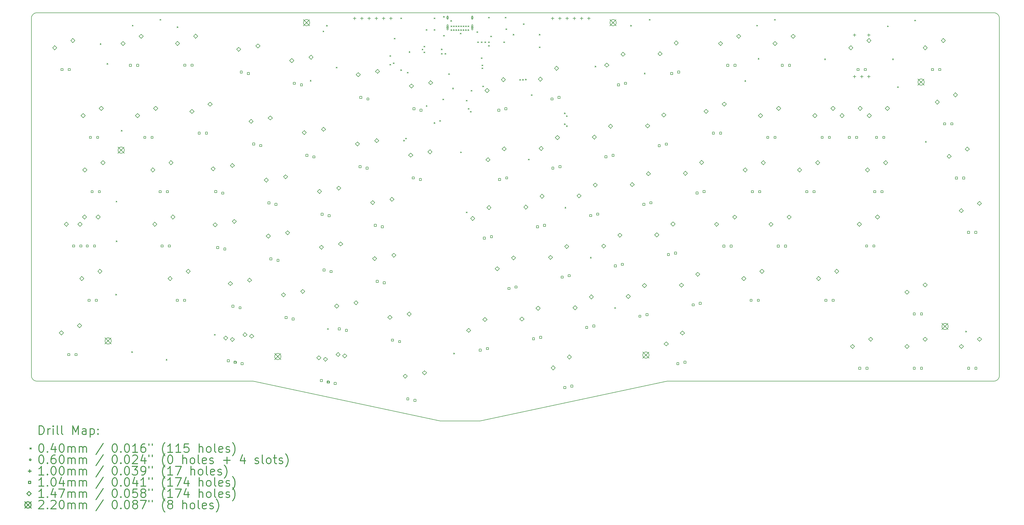
<source format=gbr>
%FSLAX45Y45*%
G04 Gerber Fmt 4.5, Leading zero omitted, Abs format (unit mm)*
G04 Created by KiCad (PCBNEW (5.1.9-0-10_14)) date 2021-10-06 08:57:35*
%MOMM*%
%LPD*%
G01*
G04 APERTURE LIST*
%TA.AperFunction,Profile*%
%ADD10C,0.150000*%
%TD*%
%ADD11C,0.200000*%
%ADD12C,0.300000*%
G04 APERTURE END LIST*
D10*
X36249995Y-15370750D02*
G75*
G03*
X36449995Y-15170750I0J200000D01*
G01*
X36249995Y-2443251D02*
G75*
G02*
X36449995Y-2643251I0J-200000D01*
G01*
X2741250Y-2443251D02*
G75*
G03*
X2541250Y-2643251I0J-200000D01*
G01*
X2741250Y-15370750D02*
G75*
G02*
X2541250Y-15170750I0J200000D01*
G01*
X18263000Y-16762523D02*
X24811000Y-15370750D01*
X16860000Y-16762523D02*
X18263000Y-16762523D01*
X10312670Y-15370750D02*
X16860000Y-16762523D01*
X24811000Y-15370750D02*
X36249995Y-15370750D01*
X2741250Y-15370750D02*
X10312670Y-15370750D01*
X2741250Y-2443251D02*
X36249995Y-2443251D01*
X36449995Y-2643251D02*
X36449995Y-15170750D01*
X2541250Y-2643251D02*
X2541250Y-15170750D01*
D11*
X4945700Y-3523300D02*
X4985700Y-3563300D01*
X4985700Y-3523300D02*
X4945700Y-3563300D01*
X5188270Y-4215450D02*
X5228270Y-4255450D01*
X5228270Y-4215450D02*
X5188270Y-4255450D01*
X5495170Y-12312530D02*
X5535170Y-12352530D01*
X5535170Y-12312530D02*
X5495170Y-12352530D01*
X5504500Y-9047800D02*
X5544500Y-9087800D01*
X5544500Y-9047800D02*
X5504500Y-9087800D01*
X5507040Y-10440990D02*
X5547040Y-10480990D01*
X5547040Y-10440990D02*
X5507040Y-10480990D01*
X5690409Y-6566251D02*
X5730409Y-6606251D01*
X5730409Y-6566251D02*
X5690409Y-6606251D01*
X6050600Y-14324650D02*
X6090600Y-14364650D01*
X6090600Y-14324650D02*
X6050600Y-14364650D01*
X6073460Y-2875600D02*
X6113460Y-2915600D01*
X6113460Y-2875600D02*
X6073460Y-2915600D01*
X7039930Y-2672400D02*
X7079930Y-2712400D01*
X7079930Y-2672400D02*
X7039930Y-2712400D01*
X7257100Y-14597700D02*
X7297100Y-14637700D01*
X7297100Y-14597700D02*
X7257100Y-14637700D01*
X7644450Y-2932750D02*
X7684450Y-2972750D01*
X7684450Y-2932750D02*
X7644450Y-2972750D01*
X8946200Y-13721400D02*
X8986200Y-13761400D01*
X8986200Y-13721400D02*
X8946200Y-13761400D01*
X12304319Y-4812111D02*
X12344319Y-4852111D01*
X12344319Y-4812111D02*
X12304319Y-4852111D01*
X12752390Y-3080070D02*
X12792390Y-3120070D01*
X12792390Y-3080070D02*
X12752390Y-3120070D01*
X12876850Y-2878140D02*
X12916850Y-2918140D01*
X12916850Y-2878140D02*
X12876850Y-2918140D01*
X12908600Y-13518200D02*
X12948600Y-13558200D01*
X12948600Y-13518200D02*
X12908600Y-13558200D01*
X13213400Y-4348800D02*
X13253400Y-4388800D01*
X13253400Y-4348800D02*
X13213400Y-4388800D01*
X15093000Y-3942400D02*
X15133000Y-3982400D01*
X15133000Y-3942400D02*
X15093000Y-3982400D01*
X15093000Y-4247200D02*
X15133000Y-4287200D01*
X15133000Y-4247200D02*
X15093000Y-4287200D01*
X15213600Y-4196400D02*
X15253600Y-4236400D01*
X15253600Y-4196400D02*
X15213600Y-4236400D01*
X15245400Y-3332800D02*
X15285400Y-3372800D01*
X15285400Y-3332800D02*
X15245400Y-3372800D01*
X15474000Y-2621600D02*
X15514000Y-2661600D01*
X15514000Y-2621600D02*
X15474000Y-2661600D01*
X15475300Y-4436400D02*
X15515300Y-4476400D01*
X15515300Y-4436400D02*
X15475300Y-4476400D01*
X15574249Y-6911108D02*
X15614249Y-6951108D01*
X15614249Y-6911108D02*
X15574249Y-6951108D01*
X15642800Y-6838300D02*
X15682800Y-6878300D01*
X15682800Y-6838300D02*
X15642800Y-6878300D01*
X15702600Y-4526600D02*
X15742600Y-4566600D01*
X15742600Y-4526600D02*
X15702600Y-4566600D01*
X15766100Y-3802700D02*
X15806100Y-3842700D01*
X15806100Y-3802700D02*
X15766100Y-3842700D01*
X16223650Y-3713450D02*
X16263650Y-3753450D01*
X16263650Y-3713450D02*
X16223650Y-3753450D01*
X16286800Y-3612200D02*
X16326800Y-3652200D01*
X16326800Y-3612200D02*
X16286800Y-3652200D01*
X16286800Y-3815400D02*
X16326800Y-3855400D01*
X16326800Y-3815400D02*
X16286800Y-3855400D01*
X16363000Y-3028000D02*
X16403000Y-3068000D01*
X16403000Y-3028000D02*
X16363000Y-3068000D01*
X16369280Y-5696340D02*
X16409280Y-5736340D01*
X16409280Y-5696340D02*
X16369280Y-5736340D01*
X16642400Y-2621600D02*
X16682400Y-2661600D01*
X16682400Y-2621600D02*
X16642400Y-2661600D01*
X16642400Y-6291900D02*
X16682400Y-6331900D01*
X16682400Y-6291900D02*
X16642400Y-6331900D01*
X16645400Y-3028000D02*
X16685400Y-3068000D01*
X16685400Y-3028000D02*
X16645400Y-3068000D01*
X16836695Y-6219495D02*
X16876695Y-6259495D01*
X16876695Y-6219495D02*
X16836695Y-6259495D01*
X16896400Y-3708700D02*
X16936400Y-3748700D01*
X16936400Y-3708700D02*
X16896400Y-3748700D01*
X16896400Y-3866200D02*
X16936400Y-3906200D01*
X16936400Y-3866200D02*
X16896400Y-3906200D01*
X16947200Y-5466400D02*
X16987200Y-5506400D01*
X16987200Y-5466400D02*
X16947200Y-5506400D01*
X16972600Y-2564675D02*
X17012600Y-2604675D01*
X17012600Y-2564675D02*
X16972600Y-2604675D01*
X16972600Y-3231200D02*
X17012600Y-3271200D01*
X17012600Y-3231200D02*
X16972600Y-3271200D01*
X17023400Y-3866200D02*
X17063400Y-3906200D01*
X17063400Y-3866200D02*
X17023400Y-3906200D01*
X17150400Y-4577400D02*
X17190400Y-4617400D01*
X17190400Y-4577400D02*
X17150400Y-4617400D01*
X17226600Y-2710499D02*
X17266600Y-2750499D01*
X17266600Y-2710499D02*
X17226600Y-2750499D01*
X17235170Y-2901000D02*
X17275170Y-2941000D01*
X17275170Y-2901000D02*
X17235170Y-2941000D01*
X17235170Y-3033500D02*
X17275170Y-3073500D01*
X17275170Y-3033500D02*
X17235170Y-3073500D01*
X17291400Y-5084100D02*
X17331400Y-5124100D01*
X17331400Y-5084100D02*
X17291400Y-5124100D01*
X17320170Y-3033500D02*
X17360170Y-3073500D01*
X17360170Y-3033500D02*
X17320170Y-3073500D01*
X17320670Y-2901000D02*
X17360670Y-2941000D01*
X17360670Y-2901000D02*
X17320670Y-2941000D01*
X17330000Y-14380000D02*
X17370000Y-14420000D01*
X17370000Y-14380000D02*
X17330000Y-14420000D01*
X17405170Y-3033500D02*
X17445170Y-3073500D01*
X17445170Y-3033500D02*
X17405170Y-3073500D01*
X17405670Y-2901000D02*
X17445670Y-2941000D01*
X17445670Y-2901000D02*
X17405670Y-2941000D01*
X17490170Y-3033500D02*
X17530170Y-3073500D01*
X17530170Y-3033500D02*
X17490170Y-3073500D01*
X17490670Y-2901000D02*
X17530670Y-2941000D01*
X17530670Y-2901000D02*
X17490670Y-2941000D01*
X17556800Y-3155000D02*
X17596800Y-3195000D01*
X17596800Y-3155000D02*
X17556800Y-3195000D01*
X17569500Y-7320600D02*
X17609500Y-7360600D01*
X17609500Y-7320600D02*
X17569500Y-7360600D01*
X17575170Y-3033500D02*
X17615170Y-3073500D01*
X17615170Y-3033500D02*
X17575170Y-3073500D01*
X17575670Y-2901000D02*
X17615670Y-2941000D01*
X17615670Y-2901000D02*
X17575670Y-2941000D01*
X17660170Y-3033500D02*
X17700170Y-3073500D01*
X17700170Y-3033500D02*
X17660170Y-3073500D01*
X17660670Y-2901000D02*
X17700670Y-2941000D01*
X17700670Y-2901000D02*
X17660670Y-2941000D01*
X17745170Y-3033500D02*
X17785170Y-3073500D01*
X17785170Y-3033500D02*
X17745170Y-3073500D01*
X17745670Y-2901000D02*
X17785670Y-2941000D01*
X17785670Y-2901000D02*
X17745670Y-2941000D01*
X17771400Y-5508814D02*
X17811400Y-5548814D01*
X17811400Y-5508814D02*
X17771400Y-5548814D01*
X17771400Y-9430040D02*
X17811400Y-9470040D01*
X17811400Y-9430040D02*
X17771400Y-9470040D01*
X17830170Y-3033500D02*
X17870170Y-3073500D01*
X17870170Y-3033500D02*
X17830170Y-3073500D01*
X17830670Y-2901000D02*
X17870670Y-2941000D01*
X17870670Y-2901000D02*
X17830670Y-2941000D01*
X17836200Y-5796600D02*
X17876200Y-5836600D01*
X17876200Y-5796600D02*
X17836200Y-5836600D01*
X17912400Y-5898200D02*
X17952400Y-5938200D01*
X17952400Y-5898200D02*
X17912400Y-5938200D01*
X17937800Y-5161600D02*
X17977800Y-5201600D01*
X17977800Y-5161600D02*
X17937800Y-5201600D01*
X18141000Y-3104200D02*
X18181000Y-3144200D01*
X18181000Y-3104200D02*
X18141000Y-3144200D01*
X18166400Y-3459800D02*
X18206400Y-3499800D01*
X18206400Y-3459800D02*
X18166400Y-3499800D01*
X18293400Y-3459800D02*
X18333400Y-3499800D01*
X18333400Y-3459800D02*
X18293400Y-3499800D01*
X18293400Y-4018600D02*
X18333400Y-4058600D01*
X18333400Y-4018600D02*
X18293400Y-4058600D01*
X18317535Y-4373865D02*
X18357535Y-4413865D01*
X18357535Y-4373865D02*
X18317535Y-4413865D01*
X18318800Y-4272600D02*
X18358800Y-4312600D01*
X18358800Y-4272600D02*
X18318800Y-4312600D01*
X18344200Y-5009200D02*
X18384200Y-5049200D01*
X18384200Y-5009200D02*
X18344200Y-5049200D01*
X18420400Y-3459800D02*
X18460400Y-3499800D01*
X18460400Y-3459800D02*
X18420400Y-3499800D01*
X18547400Y-2596200D02*
X18587400Y-2636200D01*
X18587400Y-2596200D02*
X18547400Y-2636200D01*
X18547400Y-3459800D02*
X18587400Y-3499800D01*
X18587400Y-3459800D02*
X18547400Y-3499800D01*
X18547400Y-3586800D02*
X18587400Y-3626800D01*
X18587400Y-3586800D02*
X18547400Y-3626800D01*
X18623600Y-3256600D02*
X18663600Y-3296600D01*
X18663600Y-3256600D02*
X18623600Y-3296600D01*
X19080800Y-3459800D02*
X19120800Y-3499800D01*
X19120800Y-3459800D02*
X19080800Y-3499800D01*
X19131600Y-2596200D02*
X19171600Y-2636200D01*
X19171600Y-2596200D02*
X19131600Y-2636200D01*
X19157000Y-3003598D02*
X19197000Y-3043598D01*
X19197000Y-3003598D02*
X19157000Y-3043598D01*
X19411000Y-3193599D02*
X19451000Y-3233599D01*
X19451000Y-3193599D02*
X19411000Y-3233599D01*
X19639600Y-4780600D02*
X19679600Y-4820600D01*
X19679600Y-4780600D02*
X19639600Y-4820600D01*
X19741200Y-4774900D02*
X19781200Y-4814900D01*
X19781200Y-4774900D02*
X19741200Y-4814900D01*
X19766600Y-2824800D02*
X19806600Y-2864800D01*
X19806600Y-2824800D02*
X19766600Y-2864800D01*
X19842800Y-4769200D02*
X19882800Y-4809200D01*
X19882800Y-4769200D02*
X19842800Y-4809200D01*
X19944400Y-7574600D02*
X19984400Y-7614600D01*
X19984400Y-7574600D02*
X19944400Y-7614600D01*
X20046000Y-5314000D02*
X20086000Y-5354000D01*
X20086000Y-5314000D02*
X20046000Y-5354000D01*
X20325400Y-3193599D02*
X20365400Y-3233599D01*
X20365400Y-3193599D02*
X20325400Y-3233599D01*
X20325400Y-3637600D02*
X20365400Y-3677600D01*
X20365400Y-3637600D02*
X20325400Y-3677600D01*
X21205000Y-5955000D02*
X21245000Y-5995000D01*
X21245000Y-5955000D02*
X21205000Y-5995000D01*
X21205000Y-6333901D02*
X21245000Y-6373901D01*
X21245000Y-6333901D02*
X21205000Y-6373901D01*
X21227100Y-9263700D02*
X21267100Y-9303700D01*
X21267100Y-9263700D02*
X21227100Y-9303700D01*
X21278521Y-6401686D02*
X21318521Y-6441686D01*
X21318521Y-6401686D02*
X21278521Y-6441686D01*
X21280000Y-6050687D02*
X21320000Y-6090687D01*
X21320000Y-6050687D02*
X21280000Y-6090687D01*
X22117523Y-11016300D02*
X22157523Y-11056300D01*
X22157523Y-11016300D02*
X22117523Y-11056300D01*
X22281200Y-4310700D02*
X22321200Y-4350700D01*
X22321200Y-4310700D02*
X22281200Y-4350700D01*
X22967000Y-12781600D02*
X23007000Y-12821600D01*
X23007000Y-12781600D02*
X22967000Y-12821600D01*
X23524530Y-2879410D02*
X23564530Y-2919410D01*
X23564530Y-2879410D02*
X23524530Y-2919410D01*
X24004757Y-4558517D02*
X24044757Y-4598517D01*
X24044757Y-4558517D02*
X24004757Y-4598517D01*
X24176040Y-2673670D02*
X24216040Y-2713670D01*
X24216040Y-2673670D02*
X24176040Y-2713670D01*
X27526300Y-4818700D02*
X27566300Y-4858700D01*
X27566300Y-4818700D02*
X27526300Y-4858700D01*
X27942860Y-2875600D02*
X27982860Y-2915600D01*
X27982860Y-2875600D02*
X27942860Y-2915600D01*
X27992650Y-4040450D02*
X28032650Y-4080450D01*
X28032650Y-4040450D02*
X27992650Y-4080450D01*
X28563890Y-2672400D02*
X28603890Y-2712400D01*
X28603890Y-2672400D02*
X28563890Y-2712400D01*
X30320300Y-4056700D02*
X30360300Y-4096700D01*
X30360300Y-4056700D02*
X30320300Y-4096700D01*
X32522480Y-2902270D02*
X32562480Y-2942270D01*
X32562480Y-2902270D02*
X32522480Y-2942270D01*
X32701360Y-4055240D02*
X32741360Y-4095240D01*
X32741360Y-4055240D02*
X32701360Y-4095240D01*
X32873000Y-5034600D02*
X32913000Y-5074600D01*
X32913000Y-5034600D02*
X32873000Y-5074600D01*
X33473710Y-2697800D02*
X33513710Y-2737800D01*
X33513710Y-2697800D02*
X33473710Y-2737800D01*
X33850900Y-6952300D02*
X33890900Y-6992300D01*
X33890900Y-6952300D02*
X33850900Y-6992300D01*
X35260600Y-13607100D02*
X35300600Y-13647100D01*
X35300600Y-13607100D02*
X35260600Y-13647100D01*
X17150170Y-2617500D02*
G75*
G03*
X17150170Y-2617500I-30000J0D01*
G01*
X17100170Y-2577500D02*
X17100170Y-2657500D01*
X17140170Y-2577500D02*
X17140170Y-2657500D01*
X17100170Y-2657500D02*
G75*
G03*
X17140170Y-2657500I20000J0D01*
G01*
X17140170Y-2577500D02*
G75*
G03*
X17100170Y-2577500I-20000J0D01*
G01*
X17150170Y-2955500D02*
G75*
G03*
X17150170Y-2955500I-30000J0D01*
G01*
X17100170Y-2880500D02*
X17100170Y-3030500D01*
X17140170Y-2880500D02*
X17140170Y-3030500D01*
X17100170Y-3030500D02*
G75*
G03*
X17140170Y-3030500I20000J0D01*
G01*
X17140170Y-2880500D02*
G75*
G03*
X17100170Y-2880500I-20000J0D01*
G01*
X18015170Y-2617500D02*
G75*
G03*
X18015170Y-2617500I-30000J0D01*
G01*
X17965170Y-2577500D02*
X17965170Y-2657500D01*
X18005170Y-2577500D02*
X18005170Y-2657500D01*
X17965170Y-2657500D02*
G75*
G03*
X18005170Y-2657500I20000J0D01*
G01*
X18005170Y-2577500D02*
G75*
G03*
X17965170Y-2577500I-20000J0D01*
G01*
X18015170Y-2955500D02*
G75*
G03*
X18015170Y-2955500I-30000J0D01*
G01*
X17965170Y-2880500D02*
X17965170Y-3030500D01*
X18005170Y-2880500D02*
X18005170Y-3030500D01*
X17965170Y-3030500D02*
G75*
G03*
X18005170Y-3030500I20000J0D01*
G01*
X18005170Y-2880500D02*
G75*
G03*
X17965170Y-2880500I-20000J0D01*
G01*
X13868400Y-2591600D02*
X13868400Y-2691600D01*
X13818400Y-2641600D02*
X13918400Y-2641600D01*
X14122400Y-2591600D02*
X14122400Y-2691600D01*
X14072400Y-2641600D02*
X14172400Y-2641600D01*
X14376400Y-2591600D02*
X14376400Y-2691600D01*
X14326400Y-2641600D02*
X14426400Y-2641600D01*
X14630400Y-2591600D02*
X14630400Y-2691600D01*
X14580400Y-2641600D02*
X14680400Y-2641600D01*
X14884400Y-2591600D02*
X14884400Y-2691600D01*
X14834400Y-2641600D02*
X14934400Y-2641600D01*
X15138400Y-2591600D02*
X15138400Y-2691600D01*
X15088400Y-2641600D02*
X15188400Y-2641600D01*
X20802600Y-2591600D02*
X20802600Y-2691600D01*
X20752600Y-2641600D02*
X20852600Y-2641600D01*
X21056600Y-2591600D02*
X21056600Y-2691600D01*
X21006600Y-2641600D02*
X21106600Y-2641600D01*
X21310600Y-2591600D02*
X21310600Y-2691600D01*
X21260600Y-2641600D02*
X21360600Y-2641600D01*
X21564600Y-2591600D02*
X21564600Y-2691600D01*
X21514600Y-2641600D02*
X21614600Y-2641600D01*
X21818600Y-2591600D02*
X21818600Y-2691600D01*
X21768600Y-2641600D02*
X21868600Y-2641600D01*
X22072600Y-2591600D02*
X22072600Y-2691600D01*
X22022600Y-2641600D02*
X22122600Y-2641600D01*
X31375540Y-3179380D02*
X31375540Y-3279380D01*
X31325540Y-3229380D02*
X31425540Y-3229380D01*
X31375540Y-4629380D02*
X31375540Y-4729380D01*
X31325540Y-4679380D02*
X31425540Y-4679380D01*
X31625540Y-4629380D02*
X31625540Y-4729380D01*
X31575540Y-4679380D02*
X31675540Y-4679380D01*
X31875540Y-3179380D02*
X31875540Y-3279380D01*
X31825540Y-3229380D02*
X31925540Y-3229380D01*
X31875540Y-4629380D02*
X31875540Y-4729380D01*
X31825540Y-4679380D02*
X31925540Y-4679380D01*
X3652460Y-4474150D02*
X3652460Y-4400610D01*
X3578920Y-4400610D01*
X3578920Y-4474150D01*
X3652460Y-4474150D01*
X3887410Y-14474130D02*
X3887410Y-14400590D01*
X3813870Y-14400590D01*
X3813870Y-14474130D01*
X3887410Y-14474130D01*
X3906460Y-4474150D02*
X3906460Y-4400610D01*
X3832920Y-4400610D01*
X3832920Y-4474150D01*
X3906460Y-4474150D01*
X4061400Y-10662860D02*
X4061400Y-10589320D01*
X3987860Y-10589320D01*
X3987860Y-10662860D01*
X4061400Y-10662860D01*
X4141410Y-14474130D02*
X4141410Y-14400590D01*
X4067870Y-14400590D01*
X4067870Y-14474130D01*
X4141410Y-14474130D01*
X4315400Y-10662860D02*
X4315400Y-10589320D01*
X4241860Y-10589320D01*
X4241860Y-10662860D01*
X4315400Y-10662860D01*
X4537650Y-10662860D02*
X4537650Y-10589320D01*
X4464110Y-10589320D01*
X4464110Y-10662860D01*
X4537650Y-10662860D01*
X4601150Y-12569130D02*
X4601150Y-12495590D01*
X4527610Y-12495590D01*
X4527610Y-12569130D01*
X4601150Y-12569130D01*
X4648140Y-6854130D02*
X4648140Y-6780590D01*
X4574600Y-6780590D01*
X4574600Y-6854130D01*
X4648140Y-6854130D01*
X4707830Y-8759130D02*
X4707830Y-8685590D01*
X4634290Y-8685590D01*
X4634290Y-8759130D01*
X4707830Y-8759130D01*
X4791650Y-10662860D02*
X4791650Y-10589320D01*
X4718110Y-10589320D01*
X4718110Y-10662860D01*
X4791650Y-10662860D01*
X4855150Y-12569130D02*
X4855150Y-12495590D01*
X4781610Y-12495590D01*
X4781610Y-12569130D01*
X4855150Y-12569130D01*
X4902140Y-6854130D02*
X4902140Y-6780590D01*
X4828600Y-6780590D01*
X4828600Y-6854130D01*
X4902140Y-6854130D01*
X4961830Y-8759130D02*
X4961830Y-8685590D01*
X4888290Y-8685590D01*
X4888290Y-8759130D01*
X4961830Y-8759130D01*
X6046410Y-4323020D02*
X6046410Y-4249480D01*
X5972870Y-4249480D01*
X5972870Y-4323020D01*
X6046410Y-4323020D01*
X6300410Y-4323020D02*
X6300410Y-4249480D01*
X6226870Y-4249480D01*
X6226870Y-4323020D01*
X6300410Y-4323020D01*
X6553607Y-6854130D02*
X6553607Y-6780590D01*
X6480067Y-6780590D01*
X6480067Y-6854130D01*
X6553607Y-6854130D01*
X6807607Y-6854130D02*
X6807607Y-6780590D01*
X6734067Y-6780590D01*
X6734067Y-6854130D01*
X6807607Y-6854130D01*
X7089080Y-8759130D02*
X7089080Y-8685590D01*
X7015540Y-8685590D01*
X7015540Y-8759130D01*
X7089080Y-8759130D01*
X7156390Y-10664130D02*
X7156390Y-10590590D01*
X7082850Y-10590590D01*
X7082850Y-10664130D01*
X7156390Y-10664130D01*
X7343080Y-8759130D02*
X7343080Y-8685590D01*
X7269540Y-8685590D01*
X7269540Y-8759130D01*
X7343080Y-8759130D01*
X7410390Y-10664130D02*
X7410390Y-10590590D01*
X7336850Y-10590590D01*
X7336850Y-10664130D01*
X7410390Y-10664130D01*
X7693600Y-12567860D02*
X7693600Y-12494320D01*
X7620060Y-12494320D01*
X7620060Y-12567860D01*
X7693600Y-12567860D01*
X7947600Y-12567860D02*
X7947600Y-12494320D01*
X7874060Y-12494320D01*
X7874060Y-12567860D01*
X7947600Y-12567860D01*
X7952680Y-4321750D02*
X7952680Y-4248210D01*
X7879140Y-4248210D01*
X7879140Y-4321750D01*
X7952680Y-4321750D01*
X8206680Y-4321750D02*
X8206680Y-4248210D01*
X8133140Y-4248210D01*
X8133140Y-4321750D01*
X8206680Y-4321750D01*
X8458140Y-6705540D02*
X8458140Y-6632000D01*
X8384600Y-6632000D01*
X8384600Y-6705540D01*
X8458140Y-6705540D01*
X8712140Y-6705540D02*
X8712140Y-6632000D01*
X8638600Y-6632000D01*
X8638600Y-6705540D01*
X8712140Y-6705540D01*
X9036016Y-8754644D02*
X9036016Y-8681104D01*
X8962476Y-8681104D01*
X8962476Y-8754644D01*
X9036016Y-8754644D01*
X9105866Y-10718064D02*
X9105866Y-10644524D01*
X9032326Y-10644524D01*
X9032326Y-10718064D01*
X9105866Y-10718064D01*
X9284466Y-8807454D02*
X9284466Y-8733914D01*
X9210926Y-8733914D01*
X9210926Y-8807454D01*
X9284466Y-8807454D01*
X9354316Y-10770874D02*
X9354316Y-10697334D01*
X9280776Y-10697334D01*
X9280776Y-10770874D01*
X9354316Y-10770874D01*
X9476706Y-14690116D02*
X9476706Y-14616576D01*
X9403166Y-14616576D01*
X9403166Y-14690116D01*
X9476706Y-14690116D01*
X9639266Y-12778004D02*
X9639266Y-12704464D01*
X9565726Y-12704464D01*
X9565726Y-12778004D01*
X9639266Y-12778004D01*
X9710386Y-14740154D02*
X9710386Y-14666614D01*
X9636846Y-14666614D01*
X9636846Y-14740154D01*
X9710386Y-14740154D01*
X9725156Y-14742926D02*
X9725156Y-14669386D01*
X9651616Y-14669386D01*
X9651616Y-14742926D01*
X9725156Y-14742926D01*
X9887716Y-12830814D02*
X9887716Y-12757274D01*
X9814176Y-12757274D01*
X9814176Y-12830814D01*
X9887716Y-12830814D01*
X9930096Y-4562374D02*
X9930096Y-4488834D01*
X9856556Y-4488834D01*
X9856556Y-4562374D01*
X9930096Y-4562374D01*
X9958836Y-14792964D02*
X9958836Y-14719424D01*
X9885296Y-14719424D01*
X9885296Y-14792964D01*
X9958836Y-14792964D01*
X10178546Y-4615184D02*
X10178546Y-4541644D01*
X10105006Y-4541644D01*
X10105006Y-4615184D01*
X10178546Y-4615184D01*
X10364436Y-7088404D02*
X10364436Y-7014864D01*
X10290896Y-7014864D01*
X10290896Y-7088404D01*
X10364436Y-7088404D01*
X10612886Y-7141214D02*
X10612886Y-7067674D01*
X10539346Y-7067674D01*
X10539346Y-7141214D01*
X10612886Y-7141214D01*
X10899106Y-9150884D02*
X10899106Y-9077344D01*
X10825566Y-9077344D01*
X10825566Y-9150884D01*
X10899106Y-9150884D01*
X10968956Y-11114304D02*
X10968956Y-11040764D01*
X10895416Y-11040764D01*
X10895416Y-11114304D01*
X10968956Y-11114304D01*
X11147556Y-9203694D02*
X11147556Y-9130154D01*
X11074016Y-9130154D01*
X11074016Y-9203694D01*
X11147556Y-9203694D01*
X11217405Y-11167114D02*
X11217405Y-11093574D01*
X11143866Y-11093574D01*
X11143866Y-11167114D01*
X11217405Y-11167114D01*
X11501086Y-13172974D02*
X11501086Y-13099434D01*
X11427546Y-13099434D01*
X11427546Y-13172974D01*
X11501086Y-13172974D01*
X11749535Y-13225784D02*
X11749535Y-13152244D01*
X11675996Y-13152244D01*
X11675996Y-13225784D01*
X11749535Y-13225784D01*
X11791916Y-4957344D02*
X11791916Y-4883804D01*
X11718376Y-4883804D01*
X11718376Y-4957344D01*
X11791916Y-4957344D01*
X12040365Y-5010154D02*
X12040365Y-4936614D01*
X11966826Y-4936614D01*
X11966826Y-5010154D01*
X12040365Y-5010154D01*
X12227526Y-7485914D02*
X12227526Y-7412374D01*
X12153986Y-7412374D01*
X12153986Y-7485914D01*
X12227526Y-7485914D01*
X12475975Y-7538724D02*
X12475975Y-7465184D01*
X12402436Y-7465184D01*
X12402436Y-7538724D01*
X12475975Y-7538724D01*
X12738320Y-15384044D02*
X12738320Y-15310504D01*
X12664780Y-15310504D01*
X12664780Y-15384044D01*
X12738320Y-15384044D01*
X12760926Y-9548394D02*
X12760926Y-9474854D01*
X12687386Y-9474854D01*
X12687386Y-9548394D01*
X12760926Y-9548394D01*
X12828236Y-11506734D02*
X12828236Y-11433194D01*
X12754696Y-11433194D01*
X12754696Y-11506734D01*
X12828236Y-11506734D01*
X12970476Y-15433574D02*
X12970476Y-15360034D01*
X12896936Y-15360034D01*
X12896936Y-15433574D01*
X12970476Y-15433574D01*
X12986769Y-15436854D02*
X12986769Y-15363314D01*
X12913230Y-15363314D01*
X12913230Y-15436854D01*
X12986769Y-15436854D01*
X13009375Y-9601204D02*
X13009375Y-9527664D01*
X12935836Y-9527664D01*
X12935836Y-9601204D01*
X13009375Y-9601204D01*
X13076685Y-11559544D02*
X13076685Y-11486004D01*
X13003146Y-11486004D01*
X13003146Y-11559544D01*
X13076685Y-11559544D01*
X13218925Y-15486384D02*
X13218925Y-15412844D01*
X13145386Y-15412844D01*
X13145386Y-15486384D01*
X13218925Y-15486384D01*
X13365446Y-13569214D02*
X13365446Y-13495674D01*
X13291906Y-13495674D01*
X13291906Y-13569214D01*
X13365446Y-13569214D01*
X13613895Y-13622024D02*
X13613895Y-13548484D01*
X13540356Y-13548484D01*
X13540356Y-13622024D01*
X13613895Y-13622024D01*
X14091886Y-7882154D02*
X14091886Y-7808614D01*
X14018346Y-7808614D01*
X14018346Y-7882154D01*
X14091886Y-7882154D01*
X14118556Y-5453914D02*
X14118556Y-5380374D01*
X14045016Y-5380374D01*
X14045016Y-5453914D01*
X14118556Y-5453914D01*
X14340335Y-7934964D02*
X14340335Y-7861424D01*
X14266796Y-7861424D01*
X14266796Y-7934964D01*
X14340335Y-7934964D01*
X14367005Y-5506724D02*
X14367005Y-5433184D01*
X14293466Y-5433184D01*
X14293466Y-5506724D01*
X14367005Y-5506724D01*
X14625286Y-9939554D02*
X14625286Y-9866014D01*
X14551746Y-9866014D01*
X14551746Y-9939554D01*
X14625286Y-9939554D01*
X14692596Y-11902974D02*
X14692596Y-11829434D01*
X14619056Y-11829434D01*
X14619056Y-11902974D01*
X14692596Y-11902974D01*
X14873735Y-9992364D02*
X14873735Y-9918824D01*
X14800196Y-9918824D01*
X14800196Y-9992364D01*
X14873735Y-9992364D01*
X14941045Y-11955784D02*
X14941045Y-11882244D01*
X14867506Y-11882244D01*
X14867506Y-11955784D01*
X14941045Y-11955784D01*
X15228536Y-13964184D02*
X15228536Y-13890644D01*
X15154996Y-13890644D01*
X15154996Y-13964184D01*
X15228536Y-13964184D01*
X15476985Y-14016994D02*
X15476985Y-13943454D01*
X15403446Y-13943454D01*
X15403446Y-14016994D01*
X15476985Y-14016994D01*
X15765746Y-16026664D02*
X15765746Y-15953124D01*
X15692206Y-15953124D01*
X15692206Y-16026664D01*
X15765746Y-16026664D01*
X15956246Y-8275854D02*
X15956246Y-8202314D01*
X15882706Y-8202314D01*
X15882706Y-8275854D01*
X15956246Y-8275854D01*
X15980376Y-5850154D02*
X15980376Y-5776614D01*
X15906836Y-5776614D01*
X15906836Y-5850154D01*
X15980376Y-5850154D01*
X16014195Y-16079474D02*
X16014195Y-16005934D01*
X15940656Y-16005934D01*
X15940656Y-16079474D01*
X16014195Y-16079474D01*
X16204695Y-8328664D02*
X16204695Y-8255124D01*
X16131156Y-8255124D01*
X16131156Y-8328664D01*
X16204695Y-8328664D01*
X16228825Y-5902964D02*
X16228825Y-5829424D01*
X16155286Y-5829424D01*
X16155286Y-5902964D01*
X16228825Y-5902964D01*
X18303287Y-14314619D02*
X18303287Y-14241079D01*
X18229748Y-14241079D01*
X18229748Y-14314619D01*
X18303287Y-14314619D01*
X18444594Y-10389874D02*
X18444594Y-10316334D01*
X18371055Y-10316334D01*
X18371055Y-10389874D01*
X18444594Y-10389874D01*
X18551737Y-14261809D02*
X18551737Y-14188269D01*
X18478197Y-14188269D01*
X18478197Y-14261809D01*
X18551737Y-14261809D01*
X18693044Y-10337064D02*
X18693044Y-10263524D01*
X18619504Y-10263524D01*
X18619504Y-10337064D01*
X18693044Y-10337064D01*
X18950054Y-5901694D02*
X18950054Y-5828154D01*
X18876515Y-5828154D01*
X18876515Y-5901694D01*
X18950054Y-5901694D01*
X18979264Y-8328664D02*
X18979264Y-8255124D01*
X18905725Y-8255124D01*
X18905725Y-8328664D01*
X18979264Y-8328664D01*
X19198504Y-5848884D02*
X19198504Y-5775344D01*
X19124964Y-5775344D01*
X19124964Y-5848884D01*
X19198504Y-5848884D01*
X19227714Y-8275854D02*
X19227714Y-8202314D01*
X19154174Y-8202314D01*
X19154174Y-8275854D01*
X19227714Y-8275854D01*
X19305654Y-12153904D02*
X19305654Y-12080364D01*
X19232115Y-12080364D01*
X19232115Y-12153904D01*
X19305654Y-12153904D01*
X19554104Y-12101094D02*
X19554104Y-12027554D01*
X19480564Y-12027554D01*
X19480564Y-12101094D01*
X19554104Y-12101094D01*
X20166714Y-13919204D02*
X20166714Y-13845664D01*
X20093175Y-13845664D01*
X20093175Y-13919204D01*
X20166714Y-13919204D01*
X20306414Y-9992364D02*
X20306414Y-9918824D01*
X20232875Y-9918824D01*
X20232875Y-9992364D01*
X20306414Y-9992364D01*
X20415164Y-13866394D02*
X20415164Y-13792854D01*
X20341624Y-13792854D01*
X20341624Y-13866394D01*
X20415164Y-13866394D01*
X20554864Y-9939554D02*
X20554864Y-9866014D01*
X20481324Y-9866014D01*
X20481324Y-9939554D01*
X20554864Y-9939554D01*
X20813144Y-5505454D02*
X20813144Y-5431914D01*
X20739605Y-5431914D01*
X20739605Y-5505454D01*
X20813144Y-5505454D01*
X20843624Y-7933694D02*
X20843624Y-7860154D01*
X20770085Y-7860154D01*
X20770085Y-7933694D01*
X20843624Y-7933694D01*
X21061594Y-5452644D02*
X21061594Y-5379104D01*
X20988054Y-5379104D01*
X20988054Y-5452644D01*
X21061594Y-5452644D01*
X21092074Y-7880884D02*
X21092074Y-7807344D01*
X21018534Y-7807344D01*
X21018534Y-7880884D01*
X21092074Y-7880884D01*
X21168744Y-11756394D02*
X21168744Y-11682854D01*
X21095205Y-11682854D01*
X21095205Y-11756394D01*
X21168744Y-11756394D01*
X21262724Y-15631164D02*
X21262724Y-15557624D01*
X21189185Y-15557624D01*
X21189185Y-15631164D01*
X21262724Y-15631164D01*
X21417194Y-11703584D02*
X21417194Y-11630044D01*
X21343654Y-11630044D01*
X21343654Y-11703584D01*
X21417194Y-11703584D01*
X21511174Y-15578354D02*
X21511174Y-15504814D01*
X21437634Y-15504814D01*
X21437634Y-15578354D01*
X21511174Y-15578354D01*
X22031074Y-13521694D02*
X22031074Y-13448154D01*
X21957535Y-13448154D01*
X21957535Y-13521694D01*
X22031074Y-13521694D01*
X22168234Y-9597394D02*
X22168234Y-9523854D01*
X22094695Y-9523854D01*
X22094695Y-9597394D01*
X22168234Y-9597394D01*
X22279524Y-13468884D02*
X22279524Y-13395344D01*
X22205984Y-13395344D01*
X22205984Y-13468884D01*
X22279524Y-13468884D01*
X22416684Y-9544584D02*
X22416684Y-9471044D01*
X22343144Y-9471044D01*
X22343144Y-9544584D01*
X22416684Y-9544584D01*
X22704174Y-7536184D02*
X22704174Y-7462644D01*
X22630634Y-7462644D01*
X22630634Y-7536184D01*
X22704174Y-7536184D01*
X22952624Y-7483374D02*
X22952624Y-7409834D01*
X22879084Y-7409834D01*
X22879084Y-7483374D01*
X22952624Y-7483374D01*
X23031834Y-11358884D02*
X23031834Y-11285344D01*
X22958294Y-11285344D01*
X22958294Y-11358884D01*
X23031834Y-11358884D01*
X23141054Y-5010154D02*
X23141054Y-4936614D01*
X23067514Y-4936614D01*
X23067514Y-5010154D01*
X23141054Y-5010154D01*
X23280284Y-11306074D02*
X23280284Y-11232534D01*
X23206744Y-11232534D01*
X23206744Y-11306074D01*
X23280284Y-11306074D01*
X23389504Y-4957344D02*
X23389504Y-4883804D01*
X23315964Y-4883804D01*
X23315964Y-4957344D01*
X23389504Y-4957344D01*
X23892894Y-13125454D02*
X23892894Y-13051914D01*
X23819354Y-13051914D01*
X23819354Y-13125454D01*
X23892894Y-13125454D01*
X24031324Y-9201154D02*
X24031324Y-9127614D01*
X23957784Y-9127614D01*
X23957784Y-9201154D01*
X24031324Y-9201154D01*
X24141344Y-13072644D02*
X24141344Y-12999104D01*
X24067804Y-12999104D01*
X24067804Y-13072644D01*
X24141344Y-13072644D01*
X24279774Y-9148344D02*
X24279774Y-9074804D01*
X24206234Y-9074804D01*
X24206234Y-9148344D01*
X24279774Y-9148344D01*
X24569804Y-7142484D02*
X24569804Y-7068944D01*
X24496264Y-7068944D01*
X24496264Y-7142484D01*
X24569804Y-7142484D01*
X24818254Y-7089674D02*
X24818254Y-7016134D01*
X24744714Y-7016134D01*
X24744714Y-7089674D01*
X24818254Y-7089674D01*
X24892384Y-10965184D02*
X24892384Y-10891644D01*
X24818844Y-10891644D01*
X24818844Y-10965184D01*
X24892384Y-10965184D01*
X25004144Y-4613914D02*
X25004144Y-4540374D01*
X24930604Y-4540374D01*
X24930604Y-4613914D01*
X25004144Y-4613914D01*
X25140834Y-10912374D02*
X25140834Y-10838834D01*
X25067294Y-10838834D01*
X25067294Y-10912374D01*
X25140834Y-10912374D01*
X25221314Y-14790424D02*
X25221314Y-14716884D01*
X25147774Y-14716884D01*
X25147774Y-14790424D01*
X25221314Y-14790424D01*
X25252594Y-4561104D02*
X25252594Y-4487564D01*
X25179054Y-4487564D01*
X25179054Y-4561104D01*
X25252594Y-4561104D01*
X25469764Y-14737614D02*
X25469764Y-14664074D01*
X25396224Y-14664074D01*
X25396224Y-14737614D01*
X25469764Y-14737614D01*
X25757254Y-12729214D02*
X25757254Y-12655674D01*
X25683714Y-12655674D01*
X25683714Y-12729214D01*
X25757254Y-12729214D01*
X25894414Y-8806184D02*
X25894414Y-8732644D01*
X25820874Y-8732644D01*
X25820874Y-8806184D01*
X25894414Y-8806184D01*
X26005704Y-12676404D02*
X26005704Y-12602864D01*
X25932164Y-12602864D01*
X25932164Y-12676404D01*
X26005704Y-12676404D01*
X26142864Y-8753374D02*
X26142864Y-8679834D01*
X26069324Y-8679834D01*
X26069324Y-8753374D01*
X26142864Y-8753374D01*
X26466740Y-6704270D02*
X26466740Y-6630730D01*
X26393200Y-6630730D01*
X26393200Y-6704270D01*
X26466740Y-6704270D01*
X26720740Y-6704270D02*
X26720740Y-6630730D01*
X26647200Y-6630730D01*
X26647200Y-6704270D01*
X26720740Y-6704270D01*
X26833770Y-10665400D02*
X26833770Y-10591860D01*
X26760230Y-10591860D01*
X26760230Y-10665400D01*
X26833770Y-10665400D01*
X26972200Y-4324290D02*
X26972200Y-4250750D01*
X26898660Y-4250750D01*
X26898660Y-4324290D01*
X26972200Y-4324290D01*
X27087770Y-10665400D02*
X27087770Y-10591860D01*
X27014230Y-10591860D01*
X27014230Y-10665400D01*
X27087770Y-10665400D01*
X27226200Y-4324290D02*
X27226200Y-4250750D01*
X27152660Y-4250750D01*
X27152660Y-4324290D01*
X27226200Y-4324290D01*
X27786270Y-12567860D02*
X27786270Y-12494320D01*
X27712730Y-12494320D01*
X27712730Y-12567860D01*
X27786270Y-12567860D01*
X27835800Y-8757860D02*
X27835800Y-8684320D01*
X27762260Y-8684320D01*
X27762260Y-8757860D01*
X27835800Y-8757860D01*
X28040270Y-12567860D02*
X28040270Y-12494320D01*
X27966730Y-12494320D01*
X27966730Y-12567860D01*
X28040270Y-12567860D01*
X28089800Y-8757860D02*
X28089800Y-8684320D01*
X28016260Y-8684320D01*
X28016260Y-8757860D01*
X28089800Y-8757860D01*
X28370470Y-6854130D02*
X28370470Y-6780590D01*
X28296930Y-6780590D01*
X28296930Y-6854130D01*
X28370470Y-6854130D01*
X28624470Y-6854130D02*
X28624470Y-6780590D01*
X28550930Y-6780590D01*
X28550930Y-6854130D01*
X28624470Y-6854130D01*
X28738770Y-10665400D02*
X28738770Y-10591860D01*
X28665230Y-10591860D01*
X28665230Y-10665400D01*
X28738770Y-10665400D01*
X28878470Y-4324290D02*
X28878470Y-4250750D01*
X28804930Y-4250750D01*
X28804930Y-4324290D01*
X28878470Y-4324290D01*
X28992770Y-10665400D02*
X28992770Y-10591860D01*
X28919230Y-10591860D01*
X28919230Y-10665400D01*
X28992770Y-10665400D01*
X29132470Y-4324290D02*
X29132470Y-4250750D01*
X29058930Y-4250750D01*
X29058930Y-4324290D01*
X29132470Y-4324290D01*
X29739530Y-8757860D02*
X29739530Y-8684320D01*
X29665990Y-8684320D01*
X29665990Y-8757860D01*
X29739530Y-8757860D01*
X29993530Y-8757860D02*
X29993530Y-8684320D01*
X29919990Y-8684320D01*
X29919990Y-8757860D01*
X29993530Y-8757860D01*
X30276740Y-6854130D02*
X30276740Y-6780590D01*
X30203200Y-6780590D01*
X30203200Y-6854130D01*
X30276740Y-6854130D01*
X30407550Y-12569130D02*
X30407550Y-12495590D01*
X30334010Y-12495590D01*
X30334010Y-12569130D01*
X30407550Y-12569130D01*
X30530740Y-6854130D02*
X30530740Y-6780590D01*
X30457200Y-6780590D01*
X30457200Y-6854130D01*
X30530740Y-6854130D01*
X30661550Y-12569130D02*
X30661550Y-12495590D01*
X30588010Y-12495590D01*
X30588010Y-12569130D01*
X30661550Y-12569130D01*
X31227970Y-6852860D02*
X31227970Y-6779320D01*
X31154430Y-6779320D01*
X31154430Y-6852860D01*
X31227970Y-6852860D01*
X31481970Y-6852860D02*
X31481970Y-6779320D01*
X31408430Y-6779320D01*
X31408430Y-6852860D01*
X31481970Y-6852860D01*
X31535310Y-4474150D02*
X31535310Y-4400610D01*
X31461770Y-4400610D01*
X31461770Y-4474150D01*
X31535310Y-4474150D01*
X31595000Y-14949110D02*
X31595000Y-14875570D01*
X31521460Y-14875570D01*
X31521460Y-14949110D01*
X31595000Y-14949110D01*
X31789310Y-4474150D02*
X31789310Y-4400610D01*
X31715770Y-4400610D01*
X31715770Y-4474150D01*
X31789310Y-4474150D01*
X31833760Y-10662860D02*
X31833760Y-10589320D01*
X31760220Y-10589320D01*
X31760220Y-10662860D01*
X31833760Y-10662860D01*
X31849000Y-14949110D02*
X31849000Y-14875570D01*
X31775460Y-14875570D01*
X31775460Y-14949110D01*
X31849000Y-14949110D01*
X32087760Y-10662860D02*
X32087760Y-10589320D01*
X32014220Y-10589320D01*
X32014220Y-10662860D01*
X32087760Y-10662860D01*
X32120780Y-8759130D02*
X32120780Y-8685590D01*
X32047240Y-8685590D01*
X32047240Y-8759130D01*
X32120780Y-8759130D01*
X32180470Y-6852860D02*
X32180470Y-6779320D01*
X32106930Y-6779320D01*
X32106930Y-6852860D01*
X32180470Y-6852860D01*
X32374780Y-8759130D02*
X32374780Y-8685590D01*
X32301240Y-8685590D01*
X32301240Y-8759130D01*
X32374780Y-8759130D01*
X32434470Y-6852860D02*
X32434470Y-6779320D01*
X32360930Y-6779320D01*
X32360930Y-6852860D01*
X32434470Y-6852860D01*
X33501270Y-13044110D02*
X33501270Y-12970570D01*
X33427730Y-12970570D01*
X33427730Y-13044110D01*
X33501270Y-13044110D01*
X33501270Y-14949110D02*
X33501270Y-14875570D01*
X33427730Y-14875570D01*
X33427730Y-14949110D01*
X33501270Y-14949110D01*
X33755270Y-13044110D02*
X33755270Y-12970570D01*
X33681730Y-12970570D01*
X33681730Y-13044110D01*
X33755270Y-13044110D01*
X33755270Y-14949110D02*
X33755270Y-14875570D01*
X33681730Y-14875570D01*
X33681730Y-14949110D01*
X33755270Y-14949110D01*
X34141350Y-4472880D02*
X34141350Y-4399340D01*
X34067810Y-4399340D01*
X34067810Y-4472880D01*
X34141350Y-4472880D01*
X34395350Y-4472880D02*
X34395350Y-4399340D01*
X34321810Y-4399340D01*
X34321810Y-4472880D01*
X34395350Y-4472880D01*
X34562990Y-6377880D02*
X34562990Y-6304340D01*
X34489450Y-6304340D01*
X34489450Y-6377880D01*
X34562990Y-6377880D01*
X34816990Y-6377880D02*
X34816990Y-6304340D01*
X34743450Y-6304340D01*
X34743450Y-6377880D01*
X34816990Y-6377880D01*
X34978280Y-8281610D02*
X34978280Y-8208070D01*
X34904740Y-8208070D01*
X34904740Y-8281610D01*
X34978280Y-8281610D01*
X35232280Y-8281610D02*
X35232280Y-8208070D01*
X35158740Y-8208070D01*
X35158740Y-8281610D01*
X35232280Y-8281610D01*
X35405000Y-10186610D02*
X35405000Y-10113070D01*
X35331460Y-10113070D01*
X35331460Y-10186610D01*
X35405000Y-10186610D01*
X35406270Y-14949110D02*
X35406270Y-14875570D01*
X35332730Y-14875570D01*
X35332730Y-14949110D01*
X35406270Y-14949110D01*
X35659000Y-10186610D02*
X35659000Y-10113070D01*
X35585460Y-10113070D01*
X35585460Y-10186610D01*
X35659000Y-10186610D01*
X35660270Y-14949110D02*
X35660270Y-14875570D01*
X35586730Y-14875570D01*
X35586730Y-14949110D01*
X35660270Y-14949110D01*
X3361690Y-3748880D02*
X3435190Y-3675380D01*
X3361690Y-3601880D01*
X3288190Y-3675380D01*
X3361690Y-3748880D01*
X3596640Y-13748860D02*
X3670140Y-13675360D01*
X3596640Y-13601860D01*
X3523140Y-13675360D01*
X3596640Y-13748860D01*
X3770630Y-9937590D02*
X3844130Y-9864090D01*
X3770630Y-9790590D01*
X3697130Y-9864090D01*
X3770630Y-9937590D01*
X3996690Y-3494880D02*
X4070190Y-3421380D01*
X3996690Y-3347880D01*
X3923190Y-3421380D01*
X3996690Y-3494880D01*
X4231640Y-13494860D02*
X4305140Y-13421360D01*
X4231640Y-13347860D01*
X4158140Y-13421360D01*
X4231640Y-13494860D01*
X4246880Y-9937590D02*
X4320380Y-9864090D01*
X4246880Y-9790590D01*
X4173380Y-9864090D01*
X4246880Y-9937590D01*
X4310380Y-11843860D02*
X4383880Y-11770360D01*
X4310380Y-11696860D01*
X4236880Y-11770360D01*
X4310380Y-11843860D01*
X4357370Y-6128860D02*
X4430870Y-6055360D01*
X4357370Y-5981860D01*
X4283870Y-6055360D01*
X4357370Y-6128860D01*
X4405630Y-9683590D02*
X4479130Y-9610090D01*
X4405630Y-9536590D01*
X4332130Y-9610090D01*
X4405630Y-9683590D01*
X4417060Y-8033860D02*
X4490560Y-7960360D01*
X4417060Y-7886860D01*
X4343560Y-7960360D01*
X4417060Y-8033860D01*
X4881880Y-9683590D02*
X4955380Y-9610090D01*
X4881880Y-9536590D01*
X4808380Y-9610090D01*
X4881880Y-9683590D01*
X4945380Y-11589860D02*
X5018880Y-11516360D01*
X4945380Y-11442860D01*
X4871880Y-11516360D01*
X4945380Y-11589860D01*
X4992370Y-5874860D02*
X5065870Y-5801360D01*
X4992370Y-5727860D01*
X4918870Y-5801360D01*
X4992370Y-5874860D01*
X5052060Y-7779860D02*
X5125560Y-7706360D01*
X5052060Y-7632860D01*
X4978560Y-7706360D01*
X5052060Y-7779860D01*
X5755640Y-3597750D02*
X5829140Y-3524250D01*
X5755640Y-3450750D01*
X5682140Y-3524250D01*
X5755640Y-3597750D01*
X6262837Y-6128860D02*
X6336337Y-6055360D01*
X6262837Y-5981860D01*
X6189337Y-6055360D01*
X6262837Y-6128860D01*
X6390640Y-3343750D02*
X6464140Y-3270250D01*
X6390640Y-3196750D01*
X6317140Y-3270250D01*
X6390640Y-3343750D01*
X6798310Y-8033860D02*
X6871810Y-7960360D01*
X6798310Y-7886860D01*
X6724810Y-7960360D01*
X6798310Y-8033860D01*
X6865620Y-9938860D02*
X6939120Y-9865360D01*
X6865620Y-9791860D01*
X6792120Y-9865360D01*
X6865620Y-9938860D01*
X6897837Y-5874860D02*
X6971337Y-5801360D01*
X6897837Y-5727860D01*
X6824337Y-5801360D01*
X6897837Y-5874860D01*
X7402830Y-11842590D02*
X7476330Y-11769090D01*
X7402830Y-11695590D01*
X7329330Y-11769090D01*
X7402830Y-11842590D01*
X7433310Y-7779860D02*
X7506810Y-7706360D01*
X7433310Y-7632860D01*
X7359810Y-7706360D01*
X7433310Y-7779860D01*
X7500620Y-9684860D02*
X7574120Y-9611360D01*
X7500620Y-9537860D01*
X7427120Y-9611360D01*
X7500620Y-9684860D01*
X7661910Y-3596480D02*
X7735410Y-3522980D01*
X7661910Y-3449480D01*
X7588410Y-3522980D01*
X7661910Y-3596480D01*
X8037830Y-11588590D02*
X8111330Y-11515090D01*
X8037830Y-11441590D01*
X7964330Y-11515090D01*
X8037830Y-11588590D01*
X8167370Y-5980270D02*
X8240870Y-5906770D01*
X8167370Y-5833270D01*
X8093870Y-5906770D01*
X8167370Y-5980270D01*
X8296910Y-3342480D02*
X8370410Y-3268980D01*
X8296910Y-3195480D01*
X8223410Y-3268980D01*
X8296910Y-3342480D01*
X8802370Y-5726270D02*
X8875870Y-5652770D01*
X8802370Y-5579270D01*
X8728870Y-5652770D01*
X8802370Y-5726270D01*
X8909225Y-7993216D02*
X8982725Y-7919716D01*
X8909225Y-7846216D01*
X8835725Y-7919716D01*
X8909225Y-7993216D01*
X8979075Y-9956636D02*
X9052575Y-9883136D01*
X8979075Y-9809636D01*
X8905575Y-9883136D01*
X8979075Y-9956636D01*
X9349915Y-13928688D02*
X9423415Y-13855188D01*
X9349915Y-13781688D01*
X9276415Y-13855188D01*
X9349915Y-13928688D01*
X9512475Y-12016576D02*
X9585975Y-11943076D01*
X9512475Y-11869576D01*
X9438975Y-11943076D01*
X9512475Y-12016576D01*
X9583159Y-7876791D02*
X9656659Y-7803291D01*
X9583159Y-7729791D01*
X9509659Y-7803291D01*
X9583159Y-7876791D01*
X9583595Y-13978726D02*
X9657095Y-13905226D01*
X9583595Y-13831726D01*
X9510095Y-13905226D01*
X9583595Y-13978726D01*
X9653009Y-9840211D02*
X9726509Y-9766711D01*
X9653009Y-9693211D01*
X9579509Y-9766711D01*
X9653009Y-9840211D01*
X9803305Y-3800946D02*
X9876805Y-3727446D01*
X9803305Y-3653946D01*
X9729805Y-3727446D01*
X9803305Y-3800946D01*
X10023849Y-13812263D02*
X10097349Y-13738763D01*
X10023849Y-13665263D01*
X9950349Y-13738763D01*
X10023849Y-13812263D01*
X10186409Y-11900151D02*
X10259909Y-11826651D01*
X10186409Y-11753151D01*
X10112909Y-11826651D01*
X10186409Y-11900151D01*
X10237645Y-6326976D02*
X10311145Y-6253476D01*
X10237645Y-6179976D01*
X10164145Y-6253476D01*
X10237645Y-6326976D01*
X10257529Y-13862301D02*
X10331029Y-13788801D01*
X10257529Y-13715301D01*
X10184029Y-13788801D01*
X10257529Y-13862301D01*
X10477239Y-3684521D02*
X10550739Y-3611021D01*
X10477239Y-3537521D01*
X10403739Y-3611021D01*
X10477239Y-3684521D01*
X10772315Y-8389456D02*
X10845815Y-8315956D01*
X10772315Y-8242456D01*
X10698815Y-8315956D01*
X10772315Y-8389456D01*
X10842165Y-10352876D02*
X10915665Y-10279376D01*
X10842165Y-10205876D01*
X10768665Y-10279376D01*
X10842165Y-10352876D01*
X10911579Y-6210551D02*
X10985079Y-6137051D01*
X10911579Y-6063551D01*
X10838079Y-6137051D01*
X10911579Y-6210551D01*
X11374295Y-12411546D02*
X11447795Y-12338046D01*
X11374295Y-12264546D01*
X11300795Y-12338046D01*
X11374295Y-12411546D01*
X11446249Y-8273031D02*
X11519749Y-8199531D01*
X11446249Y-8126031D01*
X11372749Y-8199531D01*
X11446249Y-8273031D01*
X11516099Y-10236451D02*
X11589599Y-10162951D01*
X11516099Y-10089451D01*
X11442599Y-10162951D01*
X11516099Y-10236451D01*
X11665125Y-4195916D02*
X11738625Y-4122416D01*
X11665125Y-4048916D01*
X11591625Y-4122416D01*
X11665125Y-4195916D01*
X12048229Y-12295121D02*
X12121729Y-12221621D01*
X12048229Y-12148121D01*
X11974729Y-12221621D01*
X12048229Y-12295121D01*
X12100735Y-6724486D02*
X12174235Y-6650986D01*
X12100735Y-6577486D01*
X12027235Y-6650986D01*
X12100735Y-6724486D01*
X12339059Y-4079491D02*
X12412559Y-4005991D01*
X12339059Y-3932491D01*
X12265559Y-4005991D01*
X12339059Y-4079491D01*
X12611529Y-14622616D02*
X12685029Y-14549116D01*
X12611529Y-14475616D01*
X12538029Y-14549116D01*
X12611529Y-14622616D01*
X12634135Y-8786966D02*
X12707635Y-8713466D01*
X12634135Y-8639966D01*
X12560635Y-8713466D01*
X12634135Y-8786966D01*
X12701445Y-10745306D02*
X12774945Y-10671806D01*
X12701445Y-10598306D01*
X12627945Y-10671806D01*
X12701445Y-10745306D01*
X12774669Y-6608061D02*
X12848169Y-6534561D01*
X12774669Y-6461061D01*
X12701169Y-6534561D01*
X12774669Y-6608061D01*
X12843685Y-14672146D02*
X12917185Y-14598646D01*
X12843685Y-14525146D01*
X12770185Y-14598646D01*
X12843685Y-14672146D01*
X13238655Y-12807786D02*
X13312155Y-12734286D01*
X13238655Y-12660786D01*
X13165155Y-12734286D01*
X13238655Y-12807786D01*
X13285463Y-14506191D02*
X13358963Y-14432691D01*
X13285463Y-14359191D01*
X13211963Y-14432691D01*
X13285463Y-14506191D01*
X13308069Y-8670541D02*
X13381569Y-8597041D01*
X13308069Y-8523541D01*
X13234569Y-8597041D01*
X13308069Y-8670541D01*
X13375379Y-10628881D02*
X13448879Y-10555381D01*
X13375379Y-10481881D01*
X13301879Y-10555381D01*
X13375379Y-10628881D01*
X13517619Y-14555721D02*
X13591119Y-14482221D01*
X13517619Y-14408721D01*
X13444119Y-14482221D01*
X13517619Y-14555721D01*
X13912589Y-12691361D02*
X13986089Y-12617861D01*
X13912589Y-12544361D01*
X13839089Y-12617861D01*
X13912589Y-12691361D01*
X13965095Y-7120726D02*
X14038595Y-7047226D01*
X13965095Y-6973726D01*
X13891595Y-7047226D01*
X13965095Y-7120726D01*
X13991765Y-4692486D02*
X14065265Y-4618986D01*
X13991765Y-4545486D01*
X13918265Y-4618986D01*
X13991765Y-4692486D01*
X14498495Y-9178126D02*
X14571995Y-9104626D01*
X14498495Y-9031126D01*
X14424995Y-9104626D01*
X14498495Y-9178126D01*
X14565805Y-11141546D02*
X14639305Y-11068046D01*
X14565805Y-10994546D01*
X14492305Y-11068046D01*
X14565805Y-11141546D01*
X14639029Y-7004301D02*
X14712529Y-6930801D01*
X14639029Y-6857301D01*
X14565529Y-6930801D01*
X14639029Y-7004301D01*
X14665699Y-4576061D02*
X14739199Y-4502561D01*
X14665699Y-4429061D01*
X14592199Y-4502561D01*
X14665699Y-4576061D01*
X15101745Y-13202756D02*
X15175245Y-13129256D01*
X15101745Y-13055756D01*
X15028245Y-13129256D01*
X15101745Y-13202756D01*
X15172429Y-9061701D02*
X15245929Y-8988201D01*
X15172429Y-8914701D01*
X15098929Y-8988201D01*
X15172429Y-9061701D01*
X15239739Y-11025121D02*
X15313239Y-10951621D01*
X15239739Y-10878121D01*
X15166239Y-10951621D01*
X15239739Y-11025121D01*
X15638955Y-15265236D02*
X15712455Y-15191736D01*
X15638955Y-15118236D01*
X15565455Y-15191736D01*
X15638955Y-15265236D01*
X15775679Y-13086331D02*
X15849179Y-13012831D01*
X15775679Y-12939331D01*
X15702179Y-13012831D01*
X15775679Y-13086331D01*
X15829455Y-7514426D02*
X15902955Y-7440926D01*
X15829455Y-7367426D01*
X15755955Y-7440926D01*
X15829455Y-7514426D01*
X15853585Y-5088726D02*
X15927085Y-5015226D01*
X15853585Y-4941726D01*
X15780085Y-5015226D01*
X15853585Y-5088726D01*
X16312889Y-15148811D02*
X16386389Y-15075311D01*
X16312889Y-15001811D01*
X16239389Y-15075311D01*
X16312889Y-15148811D01*
X16503389Y-7398001D02*
X16576889Y-7324501D01*
X16503389Y-7251001D01*
X16429889Y-7324501D01*
X16503389Y-7398001D01*
X16527519Y-4972301D02*
X16601019Y-4898801D01*
X16527519Y-4825301D01*
X16454019Y-4898801D01*
X16527519Y-4972301D01*
X17859639Y-13658810D02*
X17933139Y-13585310D01*
X17859639Y-13511810D01*
X17786139Y-13585310D01*
X17859639Y-13658810D01*
X18000946Y-9734065D02*
X18074446Y-9660565D01*
X18000946Y-9587065D01*
X17927446Y-9660565D01*
X18000946Y-9734065D01*
X18427953Y-13278336D02*
X18501453Y-13204836D01*
X18427953Y-13131336D01*
X18354453Y-13204836D01*
X18427953Y-13278336D01*
X18506406Y-5245885D02*
X18579906Y-5172385D01*
X18506406Y-5098885D01*
X18432906Y-5172385D01*
X18506406Y-5245885D01*
X18535616Y-7672855D02*
X18609116Y-7599355D01*
X18535616Y-7525855D01*
X18462116Y-7599355D01*
X18535616Y-7672855D01*
X18569260Y-9353591D02*
X18642760Y-9280091D01*
X18569260Y-9206591D01*
X18495760Y-9280091D01*
X18569260Y-9353591D01*
X18862006Y-11498095D02*
X18935506Y-11424595D01*
X18862006Y-11351095D01*
X18788506Y-11424595D01*
X18862006Y-11498095D01*
X19074720Y-4865411D02*
X19148220Y-4791911D01*
X19074720Y-4718411D01*
X19001220Y-4791911D01*
X19074720Y-4865411D01*
X19103930Y-7292381D02*
X19177430Y-7218881D01*
X19103930Y-7145381D01*
X19030430Y-7218881D01*
X19103930Y-7292381D01*
X19430320Y-11117621D02*
X19503820Y-11044121D01*
X19430320Y-10970621D01*
X19356820Y-11044121D01*
X19430320Y-11117621D01*
X19723066Y-13263395D02*
X19796566Y-13189895D01*
X19723066Y-13116395D01*
X19649566Y-13189895D01*
X19723066Y-13263395D01*
X19862766Y-9336555D02*
X19936266Y-9263055D01*
X19862766Y-9189555D01*
X19789266Y-9263055D01*
X19862766Y-9336555D01*
X20291380Y-12882921D02*
X20364880Y-12809421D01*
X20291380Y-12735921D01*
X20217880Y-12809421D01*
X20291380Y-12882921D01*
X20369496Y-4849645D02*
X20442996Y-4776145D01*
X20369496Y-4702645D01*
X20295996Y-4776145D01*
X20369496Y-4849645D01*
X20399976Y-7277885D02*
X20473476Y-7204385D01*
X20399976Y-7130885D01*
X20326476Y-7204385D01*
X20399976Y-7277885D01*
X20431080Y-8956081D02*
X20504580Y-8882581D01*
X20431080Y-8809081D01*
X20357580Y-8882581D01*
X20431080Y-8956081D01*
X20725096Y-11100585D02*
X20798596Y-11027085D01*
X20725096Y-10953585D01*
X20651596Y-11027085D01*
X20725096Y-11100585D01*
X20819076Y-14975355D02*
X20892576Y-14901855D01*
X20819076Y-14828355D01*
X20745576Y-14901855D01*
X20819076Y-14975355D01*
X20937810Y-4469171D02*
X21011310Y-4395671D01*
X20937810Y-4322171D01*
X20864310Y-4395671D01*
X20937810Y-4469171D01*
X20968290Y-6897411D02*
X21041790Y-6823911D01*
X20968290Y-6750411D01*
X20894790Y-6823911D01*
X20968290Y-6897411D01*
X21293410Y-10720111D02*
X21366910Y-10646611D01*
X21293410Y-10573111D01*
X21219910Y-10646611D01*
X21293410Y-10720111D01*
X21387390Y-14594881D02*
X21460890Y-14521381D01*
X21387390Y-14447881D01*
X21313890Y-14521381D01*
X21387390Y-14594881D01*
X21587426Y-12865885D02*
X21660926Y-12792385D01*
X21587426Y-12718885D01*
X21513926Y-12792385D01*
X21587426Y-12865885D01*
X21724586Y-8941585D02*
X21798086Y-8868085D01*
X21724586Y-8794585D01*
X21651086Y-8868085D01*
X21724586Y-8941585D01*
X22155740Y-12485411D02*
X22229240Y-12411911D01*
X22155740Y-12338411D01*
X22082240Y-12411911D01*
X22155740Y-12485411D01*
X22260526Y-6880375D02*
X22334026Y-6806875D01*
X22260526Y-6733375D01*
X22187026Y-6806875D01*
X22260526Y-6880375D01*
X22292900Y-8561111D02*
X22366400Y-8487611D01*
X22292900Y-8414111D01*
X22219400Y-8487611D01*
X22292900Y-8561111D01*
X22588186Y-10703075D02*
X22661686Y-10629575D01*
X22588186Y-10556075D01*
X22514686Y-10629575D01*
X22588186Y-10703075D01*
X22697406Y-4354345D02*
X22770906Y-4280845D01*
X22697406Y-4207345D01*
X22623906Y-4280845D01*
X22697406Y-4354345D01*
X22828840Y-6499901D02*
X22902340Y-6426401D01*
X22828840Y-6352901D01*
X22755340Y-6426401D01*
X22828840Y-6499901D01*
X23156500Y-10322601D02*
X23230000Y-10249101D01*
X23156500Y-10175601D01*
X23083000Y-10249101D01*
X23156500Y-10322601D01*
X23265720Y-3973871D02*
X23339220Y-3900371D01*
X23265720Y-3826871D01*
X23192220Y-3900371D01*
X23265720Y-3973871D01*
X23449246Y-12469645D02*
X23522746Y-12396145D01*
X23449246Y-12322645D01*
X23375746Y-12396145D01*
X23449246Y-12469645D01*
X23587676Y-8545345D02*
X23661176Y-8471845D01*
X23587676Y-8398345D01*
X23514176Y-8471845D01*
X23587676Y-8545345D01*
X24017560Y-12089171D02*
X24091060Y-12015671D01*
X24017560Y-11942171D01*
X23944060Y-12015671D01*
X24017560Y-12089171D01*
X24126156Y-6486675D02*
X24199656Y-6413175D01*
X24126156Y-6339675D01*
X24052656Y-6413175D01*
X24126156Y-6486675D01*
X24155990Y-8164871D02*
X24229490Y-8091371D01*
X24155990Y-8017871D01*
X24082490Y-8091371D01*
X24155990Y-8164871D01*
X24448736Y-10309375D02*
X24522236Y-10235875D01*
X24448736Y-10162375D01*
X24375236Y-10235875D01*
X24448736Y-10309375D01*
X24560496Y-3958105D02*
X24633996Y-3884605D01*
X24560496Y-3811105D01*
X24486996Y-3884605D01*
X24560496Y-3958105D01*
X24694470Y-6106201D02*
X24767970Y-6032701D01*
X24694470Y-5959201D01*
X24620970Y-6032701D01*
X24694470Y-6106201D01*
X24777666Y-14134615D02*
X24851166Y-14061115D01*
X24777666Y-13987615D01*
X24704166Y-14061115D01*
X24777666Y-14134615D01*
X25017050Y-9928901D02*
X25090550Y-9855401D01*
X25017050Y-9781901D01*
X24943550Y-9855401D01*
X25017050Y-9928901D01*
X25128810Y-3577631D02*
X25202310Y-3504131D01*
X25128810Y-3430631D01*
X25055310Y-3504131D01*
X25128810Y-3577631D01*
X25313606Y-12073405D02*
X25387106Y-11999905D01*
X25313606Y-11926405D01*
X25240106Y-11999905D01*
X25313606Y-12073405D01*
X25345980Y-13754141D02*
X25419480Y-13680641D01*
X25345980Y-13607141D01*
X25272480Y-13680641D01*
X25345980Y-13754141D01*
X25450766Y-8150375D02*
X25524266Y-8076875D01*
X25450766Y-8003375D01*
X25377266Y-8076875D01*
X25450766Y-8150375D01*
X25881920Y-11692931D02*
X25955420Y-11619431D01*
X25881920Y-11545931D01*
X25808420Y-11619431D01*
X25881920Y-11692931D01*
X26019080Y-7769901D02*
X26092580Y-7696401D01*
X26019080Y-7622901D01*
X25945580Y-7696401D01*
X26019080Y-7769901D01*
X26175970Y-5979000D02*
X26249470Y-5905500D01*
X26175970Y-5832000D01*
X26102470Y-5905500D01*
X26175970Y-5979000D01*
X26543000Y-9940130D02*
X26616500Y-9866630D01*
X26543000Y-9793130D01*
X26469500Y-9866630D01*
X26543000Y-9940130D01*
X26681430Y-3599020D02*
X26754930Y-3525520D01*
X26681430Y-3452020D01*
X26607930Y-3525520D01*
X26681430Y-3599020D01*
X26810970Y-5725000D02*
X26884470Y-5651500D01*
X26810970Y-5578000D01*
X26737470Y-5651500D01*
X26810970Y-5725000D01*
X27178000Y-9686130D02*
X27251500Y-9612630D01*
X27178000Y-9539130D01*
X27104500Y-9612630D01*
X27178000Y-9686130D01*
X27316430Y-3345020D02*
X27389930Y-3271520D01*
X27316430Y-3198020D01*
X27242930Y-3271520D01*
X27316430Y-3345020D01*
X27495500Y-11842590D02*
X27569000Y-11769090D01*
X27495500Y-11695590D01*
X27422000Y-11769090D01*
X27495500Y-11842590D01*
X27545030Y-8032590D02*
X27618530Y-7959090D01*
X27545030Y-7885590D01*
X27471530Y-7959090D01*
X27545030Y-8032590D01*
X28079700Y-6128860D02*
X28153200Y-6055360D01*
X28079700Y-5981860D01*
X28006200Y-6055360D01*
X28079700Y-6128860D01*
X28130500Y-11588590D02*
X28204000Y-11515090D01*
X28130500Y-11441590D01*
X28057000Y-11515090D01*
X28130500Y-11588590D01*
X28180030Y-7778590D02*
X28253530Y-7705090D01*
X28180030Y-7631590D01*
X28106530Y-7705090D01*
X28180030Y-7778590D01*
X28448000Y-9940130D02*
X28521500Y-9866630D01*
X28448000Y-9793130D01*
X28374500Y-9866630D01*
X28448000Y-9940130D01*
X28587700Y-3599020D02*
X28661200Y-3525520D01*
X28587700Y-3452020D01*
X28514200Y-3525520D01*
X28587700Y-3599020D01*
X28714700Y-5874860D02*
X28788200Y-5801360D01*
X28714700Y-5727860D01*
X28641200Y-5801360D01*
X28714700Y-5874860D01*
X29083000Y-9686130D02*
X29156500Y-9612630D01*
X29083000Y-9539130D01*
X29009500Y-9612630D01*
X29083000Y-9686130D01*
X29222700Y-3345020D02*
X29296200Y-3271520D01*
X29222700Y-3198020D01*
X29149200Y-3271520D01*
X29222700Y-3345020D01*
X29448760Y-8032590D02*
X29522260Y-7959090D01*
X29448760Y-7885590D01*
X29375260Y-7959090D01*
X29448760Y-8032590D01*
X29985970Y-6128860D02*
X30059470Y-6055360D01*
X29985970Y-5981860D01*
X29912470Y-6055360D01*
X29985970Y-6128860D01*
X30083760Y-7778590D02*
X30157260Y-7705090D01*
X30083760Y-7631590D01*
X30010260Y-7705090D01*
X30083760Y-7778590D01*
X30116780Y-11843860D02*
X30190280Y-11770360D01*
X30116780Y-11696860D01*
X30043280Y-11770360D01*
X30116780Y-11843860D01*
X30620970Y-5874860D02*
X30694470Y-5801360D01*
X30620970Y-5727860D01*
X30547470Y-5801360D01*
X30620970Y-5874860D01*
X30751780Y-11589860D02*
X30825280Y-11516360D01*
X30751780Y-11442860D01*
X30678280Y-11516360D01*
X30751780Y-11589860D01*
X30937200Y-6127590D02*
X31010700Y-6054090D01*
X30937200Y-5980590D01*
X30863700Y-6054090D01*
X30937200Y-6127590D01*
X31244540Y-3748880D02*
X31318040Y-3675380D01*
X31244540Y-3601880D01*
X31171040Y-3675380D01*
X31244540Y-3748880D01*
X31304230Y-14223840D02*
X31377730Y-14150340D01*
X31304230Y-14076840D01*
X31230730Y-14150340D01*
X31304230Y-14223840D01*
X31542990Y-9937590D02*
X31616490Y-9864090D01*
X31542990Y-9790590D01*
X31469490Y-9864090D01*
X31542990Y-9937590D01*
X31572200Y-5873590D02*
X31645700Y-5800090D01*
X31572200Y-5726590D01*
X31498700Y-5800090D01*
X31572200Y-5873590D01*
X31830010Y-8033860D02*
X31903510Y-7960360D01*
X31830010Y-7886860D01*
X31756510Y-7960360D01*
X31830010Y-8033860D01*
X31879540Y-3494880D02*
X31953040Y-3421380D01*
X31879540Y-3347880D01*
X31806040Y-3421380D01*
X31879540Y-3494880D01*
X31889700Y-6127590D02*
X31963200Y-6054090D01*
X31889700Y-5980590D01*
X31816200Y-6054090D01*
X31889700Y-6127590D01*
X31939230Y-13969840D02*
X32012730Y-13896340D01*
X31939230Y-13822840D01*
X31865730Y-13896340D01*
X31939230Y-13969840D01*
X32177990Y-9683590D02*
X32251490Y-9610090D01*
X32177990Y-9536590D01*
X32104490Y-9610090D01*
X32177990Y-9683590D01*
X32465010Y-7779860D02*
X32538510Y-7706360D01*
X32465010Y-7632860D01*
X32391510Y-7706360D01*
X32465010Y-7779860D01*
X32524700Y-5873590D02*
X32598200Y-5800090D01*
X32524700Y-5726590D01*
X32451200Y-5800090D01*
X32524700Y-5873590D01*
X33210500Y-12318840D02*
X33284000Y-12245340D01*
X33210500Y-12171840D01*
X33137000Y-12245340D01*
X33210500Y-12318840D01*
X33210500Y-14223840D02*
X33284000Y-14150340D01*
X33210500Y-14076840D01*
X33137000Y-14150340D01*
X33210500Y-14223840D01*
X33845500Y-12064840D02*
X33919000Y-11991340D01*
X33845500Y-11917840D01*
X33772000Y-11991340D01*
X33845500Y-12064840D01*
X33845500Y-13969840D02*
X33919000Y-13896340D01*
X33845500Y-13822840D01*
X33772000Y-13896340D01*
X33845500Y-13969840D01*
X33850580Y-3747610D02*
X33924080Y-3674110D01*
X33850580Y-3600610D01*
X33777080Y-3674110D01*
X33850580Y-3747610D01*
X34272220Y-5652610D02*
X34345720Y-5579110D01*
X34272220Y-5505610D01*
X34198720Y-5579110D01*
X34272220Y-5652610D01*
X34485580Y-3493610D02*
X34559080Y-3420110D01*
X34485580Y-3346610D01*
X34412080Y-3420110D01*
X34485580Y-3493610D01*
X34687510Y-7556340D02*
X34761010Y-7482840D01*
X34687510Y-7409340D01*
X34614010Y-7482840D01*
X34687510Y-7556340D01*
X34907220Y-5398610D02*
X34980720Y-5325110D01*
X34907220Y-5251610D01*
X34833720Y-5325110D01*
X34907220Y-5398610D01*
X35114230Y-9461340D02*
X35187730Y-9387840D01*
X35114230Y-9314340D01*
X35040730Y-9387840D01*
X35114230Y-9461340D01*
X35115500Y-14223840D02*
X35189000Y-14150340D01*
X35115500Y-14076840D01*
X35042000Y-14150340D01*
X35115500Y-14223840D01*
X35322510Y-7302340D02*
X35396010Y-7228840D01*
X35322510Y-7155340D01*
X35249010Y-7228840D01*
X35322510Y-7302340D01*
X35749230Y-9207340D02*
X35822730Y-9133840D01*
X35749230Y-9060340D01*
X35675730Y-9133840D01*
X35749230Y-9207340D01*
X35750500Y-13969840D02*
X35824000Y-13896340D01*
X35750500Y-13822840D01*
X35677000Y-13896340D01*
X35750500Y-13969840D01*
X5122400Y-13847300D02*
X5342400Y-14067300D01*
X5342400Y-13847300D02*
X5122400Y-14067300D01*
X5342400Y-13957300D02*
G75*
G03*
X5342400Y-13957300I-110000J0D01*
G01*
X5579600Y-7154400D02*
X5799600Y-7374400D01*
X5799600Y-7154400D02*
X5579600Y-7374400D01*
X5799600Y-7264400D02*
G75*
G03*
X5799600Y-7264400I-110000J0D01*
G01*
X11066000Y-14393400D02*
X11286000Y-14613400D01*
X11286000Y-14393400D02*
X11066000Y-14613400D01*
X11286000Y-14503400D02*
G75*
G03*
X11286000Y-14503400I-110000J0D01*
G01*
X12072722Y-2683251D02*
X12292722Y-2903251D01*
X12292722Y-2683251D02*
X12072722Y-2903251D01*
X12292722Y-2793251D02*
G75*
G03*
X12292722Y-2793251I-110000J0D01*
G01*
X22809278Y-2683251D02*
X23029278Y-2903251D01*
X23029278Y-2683251D02*
X22809278Y-2903251D01*
X23029278Y-2793251D02*
G75*
G03*
X23029278Y-2793251I-110000J0D01*
G01*
X23956500Y-14342600D02*
X24176500Y-14562600D01*
X24176500Y-14342600D02*
X23956500Y-14562600D01*
X24176500Y-14452600D02*
G75*
G03*
X24176500Y-14452600I-110000J0D01*
G01*
X33595800Y-4766800D02*
X33815800Y-4986800D01*
X33815800Y-4766800D02*
X33595800Y-4986800D01*
X33815800Y-4876800D02*
G75*
G03*
X33815800Y-4876800I-110000J0D01*
G01*
X34434000Y-13339300D02*
X34654000Y-13559300D01*
X34654000Y-13339300D02*
X34434000Y-13559300D01*
X34654000Y-13449300D02*
G75*
G03*
X34654000Y-13449300I-110000J0D01*
G01*
D12*
X2820178Y-17235738D02*
X2820178Y-16935738D01*
X2891607Y-16935738D01*
X2934464Y-16950023D01*
X2963036Y-16978595D01*
X2977321Y-17007166D01*
X2991607Y-17064309D01*
X2991607Y-17107166D01*
X2977321Y-17164309D01*
X2963036Y-17192880D01*
X2934464Y-17221452D01*
X2891607Y-17235738D01*
X2820178Y-17235738D01*
X3120178Y-17235738D02*
X3120178Y-17035738D01*
X3120178Y-17092880D02*
X3134464Y-17064309D01*
X3148750Y-17050023D01*
X3177321Y-17035738D01*
X3205893Y-17035738D01*
X3305893Y-17235738D02*
X3305893Y-17035738D01*
X3305893Y-16935738D02*
X3291607Y-16950023D01*
X3305893Y-16964309D01*
X3320178Y-16950023D01*
X3305893Y-16935738D01*
X3305893Y-16964309D01*
X3491607Y-17235738D02*
X3463036Y-17221452D01*
X3448750Y-17192880D01*
X3448750Y-16935738D01*
X3648750Y-17235738D02*
X3620178Y-17221452D01*
X3605893Y-17192880D01*
X3605893Y-16935738D01*
X3991607Y-17235738D02*
X3991607Y-16935738D01*
X4091607Y-17150023D01*
X4191607Y-16935738D01*
X4191607Y-17235738D01*
X4463036Y-17235738D02*
X4463036Y-17078595D01*
X4448750Y-17050023D01*
X4420178Y-17035738D01*
X4363036Y-17035738D01*
X4334464Y-17050023D01*
X4463036Y-17221452D02*
X4434464Y-17235738D01*
X4363036Y-17235738D01*
X4334464Y-17221452D01*
X4320178Y-17192880D01*
X4320178Y-17164309D01*
X4334464Y-17135738D01*
X4363036Y-17121452D01*
X4434464Y-17121452D01*
X4463036Y-17107166D01*
X4605893Y-17035738D02*
X4605893Y-17335738D01*
X4605893Y-17050023D02*
X4634464Y-17035738D01*
X4691607Y-17035738D01*
X4720178Y-17050023D01*
X4734464Y-17064309D01*
X4748750Y-17092880D01*
X4748750Y-17178595D01*
X4734464Y-17207166D01*
X4720178Y-17221452D01*
X4691607Y-17235738D01*
X4634464Y-17235738D01*
X4605893Y-17221452D01*
X4877321Y-17207166D02*
X4891607Y-17221452D01*
X4877321Y-17235738D01*
X4863036Y-17221452D01*
X4877321Y-17207166D01*
X4877321Y-17235738D01*
X4877321Y-17050023D02*
X4891607Y-17064309D01*
X4877321Y-17078595D01*
X4863036Y-17064309D01*
X4877321Y-17050023D01*
X4877321Y-17078595D01*
X2493750Y-17710023D02*
X2533750Y-17750023D01*
X2533750Y-17710023D02*
X2493750Y-17750023D01*
X2877321Y-17565738D02*
X2905893Y-17565738D01*
X2934464Y-17580023D01*
X2948750Y-17594309D01*
X2963036Y-17622880D01*
X2977321Y-17680023D01*
X2977321Y-17751452D01*
X2963036Y-17808595D01*
X2948750Y-17837166D01*
X2934464Y-17851452D01*
X2905893Y-17865738D01*
X2877321Y-17865738D01*
X2848750Y-17851452D01*
X2834464Y-17837166D01*
X2820178Y-17808595D01*
X2805893Y-17751452D01*
X2805893Y-17680023D01*
X2820178Y-17622880D01*
X2834464Y-17594309D01*
X2848750Y-17580023D01*
X2877321Y-17565738D01*
X3105893Y-17837166D02*
X3120178Y-17851452D01*
X3105893Y-17865738D01*
X3091607Y-17851452D01*
X3105893Y-17837166D01*
X3105893Y-17865738D01*
X3377321Y-17665738D02*
X3377321Y-17865738D01*
X3305893Y-17551452D02*
X3234464Y-17765738D01*
X3420178Y-17765738D01*
X3591607Y-17565738D02*
X3620178Y-17565738D01*
X3648750Y-17580023D01*
X3663036Y-17594309D01*
X3677321Y-17622880D01*
X3691607Y-17680023D01*
X3691607Y-17751452D01*
X3677321Y-17808595D01*
X3663036Y-17837166D01*
X3648750Y-17851452D01*
X3620178Y-17865738D01*
X3591607Y-17865738D01*
X3563036Y-17851452D01*
X3548750Y-17837166D01*
X3534464Y-17808595D01*
X3520178Y-17751452D01*
X3520178Y-17680023D01*
X3534464Y-17622880D01*
X3548750Y-17594309D01*
X3563036Y-17580023D01*
X3591607Y-17565738D01*
X3820178Y-17865738D02*
X3820178Y-17665738D01*
X3820178Y-17694309D02*
X3834464Y-17680023D01*
X3863036Y-17665738D01*
X3905893Y-17665738D01*
X3934464Y-17680023D01*
X3948750Y-17708595D01*
X3948750Y-17865738D01*
X3948750Y-17708595D02*
X3963036Y-17680023D01*
X3991607Y-17665738D01*
X4034464Y-17665738D01*
X4063036Y-17680023D01*
X4077321Y-17708595D01*
X4077321Y-17865738D01*
X4220178Y-17865738D02*
X4220178Y-17665738D01*
X4220178Y-17694309D02*
X4234464Y-17680023D01*
X4263036Y-17665738D01*
X4305893Y-17665738D01*
X4334464Y-17680023D01*
X4348750Y-17708595D01*
X4348750Y-17865738D01*
X4348750Y-17708595D02*
X4363036Y-17680023D01*
X4391607Y-17665738D01*
X4434464Y-17665738D01*
X4463036Y-17680023D01*
X4477321Y-17708595D01*
X4477321Y-17865738D01*
X5063036Y-17551452D02*
X4805893Y-17937166D01*
X5448750Y-17565738D02*
X5477321Y-17565738D01*
X5505893Y-17580023D01*
X5520178Y-17594309D01*
X5534464Y-17622880D01*
X5548750Y-17680023D01*
X5548750Y-17751452D01*
X5534464Y-17808595D01*
X5520178Y-17837166D01*
X5505893Y-17851452D01*
X5477321Y-17865738D01*
X5448750Y-17865738D01*
X5420178Y-17851452D01*
X5405893Y-17837166D01*
X5391607Y-17808595D01*
X5377321Y-17751452D01*
X5377321Y-17680023D01*
X5391607Y-17622880D01*
X5405893Y-17594309D01*
X5420178Y-17580023D01*
X5448750Y-17565738D01*
X5677321Y-17837166D02*
X5691607Y-17851452D01*
X5677321Y-17865738D01*
X5663036Y-17851452D01*
X5677321Y-17837166D01*
X5677321Y-17865738D01*
X5877321Y-17565738D02*
X5905893Y-17565738D01*
X5934464Y-17580023D01*
X5948750Y-17594309D01*
X5963036Y-17622880D01*
X5977321Y-17680023D01*
X5977321Y-17751452D01*
X5963036Y-17808595D01*
X5948750Y-17837166D01*
X5934464Y-17851452D01*
X5905893Y-17865738D01*
X5877321Y-17865738D01*
X5848750Y-17851452D01*
X5834464Y-17837166D01*
X5820178Y-17808595D01*
X5805893Y-17751452D01*
X5805893Y-17680023D01*
X5820178Y-17622880D01*
X5834464Y-17594309D01*
X5848750Y-17580023D01*
X5877321Y-17565738D01*
X6263036Y-17865738D02*
X6091607Y-17865738D01*
X6177321Y-17865738D02*
X6177321Y-17565738D01*
X6148750Y-17608595D01*
X6120178Y-17637166D01*
X6091607Y-17651452D01*
X6520178Y-17565738D02*
X6463036Y-17565738D01*
X6434464Y-17580023D01*
X6420178Y-17594309D01*
X6391607Y-17637166D01*
X6377321Y-17694309D01*
X6377321Y-17808595D01*
X6391607Y-17837166D01*
X6405893Y-17851452D01*
X6434464Y-17865738D01*
X6491607Y-17865738D01*
X6520178Y-17851452D01*
X6534464Y-17837166D01*
X6548750Y-17808595D01*
X6548750Y-17737166D01*
X6534464Y-17708595D01*
X6520178Y-17694309D01*
X6491607Y-17680023D01*
X6434464Y-17680023D01*
X6405893Y-17694309D01*
X6391607Y-17708595D01*
X6377321Y-17737166D01*
X6663036Y-17565738D02*
X6663036Y-17622880D01*
X6777321Y-17565738D02*
X6777321Y-17622880D01*
X7220178Y-17980023D02*
X7205893Y-17965738D01*
X7177321Y-17922880D01*
X7163036Y-17894309D01*
X7148750Y-17851452D01*
X7134464Y-17780023D01*
X7134464Y-17722880D01*
X7148750Y-17651452D01*
X7163036Y-17608595D01*
X7177321Y-17580023D01*
X7205893Y-17537166D01*
X7220178Y-17522880D01*
X7491607Y-17865738D02*
X7320178Y-17865738D01*
X7405893Y-17865738D02*
X7405893Y-17565738D01*
X7377321Y-17608595D01*
X7348750Y-17637166D01*
X7320178Y-17651452D01*
X7777321Y-17865738D02*
X7605893Y-17865738D01*
X7691607Y-17865738D02*
X7691607Y-17565738D01*
X7663036Y-17608595D01*
X7634464Y-17637166D01*
X7605893Y-17651452D01*
X8048750Y-17565738D02*
X7905893Y-17565738D01*
X7891607Y-17708595D01*
X7905893Y-17694309D01*
X7934464Y-17680023D01*
X8005893Y-17680023D01*
X8034464Y-17694309D01*
X8048750Y-17708595D01*
X8063036Y-17737166D01*
X8063036Y-17808595D01*
X8048750Y-17837166D01*
X8034464Y-17851452D01*
X8005893Y-17865738D01*
X7934464Y-17865738D01*
X7905893Y-17851452D01*
X7891607Y-17837166D01*
X8420178Y-17865738D02*
X8420178Y-17565738D01*
X8548750Y-17865738D02*
X8548750Y-17708595D01*
X8534464Y-17680023D01*
X8505893Y-17665738D01*
X8463036Y-17665738D01*
X8434464Y-17680023D01*
X8420178Y-17694309D01*
X8734464Y-17865738D02*
X8705893Y-17851452D01*
X8691607Y-17837166D01*
X8677321Y-17808595D01*
X8677321Y-17722880D01*
X8691607Y-17694309D01*
X8705893Y-17680023D01*
X8734464Y-17665738D01*
X8777321Y-17665738D01*
X8805893Y-17680023D01*
X8820178Y-17694309D01*
X8834464Y-17722880D01*
X8834464Y-17808595D01*
X8820178Y-17837166D01*
X8805893Y-17851452D01*
X8777321Y-17865738D01*
X8734464Y-17865738D01*
X9005893Y-17865738D02*
X8977321Y-17851452D01*
X8963036Y-17822880D01*
X8963036Y-17565738D01*
X9234464Y-17851452D02*
X9205893Y-17865738D01*
X9148750Y-17865738D01*
X9120178Y-17851452D01*
X9105893Y-17822880D01*
X9105893Y-17708595D01*
X9120178Y-17680023D01*
X9148750Y-17665738D01*
X9205893Y-17665738D01*
X9234464Y-17680023D01*
X9248750Y-17708595D01*
X9248750Y-17737166D01*
X9105893Y-17765738D01*
X9363036Y-17851452D02*
X9391607Y-17865738D01*
X9448750Y-17865738D01*
X9477321Y-17851452D01*
X9491607Y-17822880D01*
X9491607Y-17808595D01*
X9477321Y-17780023D01*
X9448750Y-17765738D01*
X9405893Y-17765738D01*
X9377321Y-17751452D01*
X9363036Y-17722880D01*
X9363036Y-17708595D01*
X9377321Y-17680023D01*
X9405893Y-17665738D01*
X9448750Y-17665738D01*
X9477321Y-17680023D01*
X9591607Y-17980023D02*
X9605893Y-17965738D01*
X9634464Y-17922880D01*
X9648750Y-17894309D01*
X9663036Y-17851452D01*
X9677321Y-17780023D01*
X9677321Y-17722880D01*
X9663036Y-17651452D01*
X9648750Y-17608595D01*
X9634464Y-17580023D01*
X9605893Y-17537166D01*
X9591607Y-17522880D01*
X2533750Y-18126023D02*
G75*
G03*
X2533750Y-18126023I-30000J0D01*
G01*
X2877321Y-17961738D02*
X2905893Y-17961738D01*
X2934464Y-17976023D01*
X2948750Y-17990309D01*
X2963036Y-18018880D01*
X2977321Y-18076023D01*
X2977321Y-18147452D01*
X2963036Y-18204595D01*
X2948750Y-18233166D01*
X2934464Y-18247452D01*
X2905893Y-18261738D01*
X2877321Y-18261738D01*
X2848750Y-18247452D01*
X2834464Y-18233166D01*
X2820178Y-18204595D01*
X2805893Y-18147452D01*
X2805893Y-18076023D01*
X2820178Y-18018880D01*
X2834464Y-17990309D01*
X2848750Y-17976023D01*
X2877321Y-17961738D01*
X3105893Y-18233166D02*
X3120178Y-18247452D01*
X3105893Y-18261738D01*
X3091607Y-18247452D01*
X3105893Y-18233166D01*
X3105893Y-18261738D01*
X3377321Y-17961738D02*
X3320178Y-17961738D01*
X3291607Y-17976023D01*
X3277321Y-17990309D01*
X3248750Y-18033166D01*
X3234464Y-18090309D01*
X3234464Y-18204595D01*
X3248750Y-18233166D01*
X3263036Y-18247452D01*
X3291607Y-18261738D01*
X3348750Y-18261738D01*
X3377321Y-18247452D01*
X3391607Y-18233166D01*
X3405893Y-18204595D01*
X3405893Y-18133166D01*
X3391607Y-18104595D01*
X3377321Y-18090309D01*
X3348750Y-18076023D01*
X3291607Y-18076023D01*
X3263036Y-18090309D01*
X3248750Y-18104595D01*
X3234464Y-18133166D01*
X3591607Y-17961738D02*
X3620178Y-17961738D01*
X3648750Y-17976023D01*
X3663036Y-17990309D01*
X3677321Y-18018880D01*
X3691607Y-18076023D01*
X3691607Y-18147452D01*
X3677321Y-18204595D01*
X3663036Y-18233166D01*
X3648750Y-18247452D01*
X3620178Y-18261738D01*
X3591607Y-18261738D01*
X3563036Y-18247452D01*
X3548750Y-18233166D01*
X3534464Y-18204595D01*
X3520178Y-18147452D01*
X3520178Y-18076023D01*
X3534464Y-18018880D01*
X3548750Y-17990309D01*
X3563036Y-17976023D01*
X3591607Y-17961738D01*
X3820178Y-18261738D02*
X3820178Y-18061738D01*
X3820178Y-18090309D02*
X3834464Y-18076023D01*
X3863036Y-18061738D01*
X3905893Y-18061738D01*
X3934464Y-18076023D01*
X3948750Y-18104595D01*
X3948750Y-18261738D01*
X3948750Y-18104595D02*
X3963036Y-18076023D01*
X3991607Y-18061738D01*
X4034464Y-18061738D01*
X4063036Y-18076023D01*
X4077321Y-18104595D01*
X4077321Y-18261738D01*
X4220178Y-18261738D02*
X4220178Y-18061738D01*
X4220178Y-18090309D02*
X4234464Y-18076023D01*
X4263036Y-18061738D01*
X4305893Y-18061738D01*
X4334464Y-18076023D01*
X4348750Y-18104595D01*
X4348750Y-18261738D01*
X4348750Y-18104595D02*
X4363036Y-18076023D01*
X4391607Y-18061738D01*
X4434464Y-18061738D01*
X4463036Y-18076023D01*
X4477321Y-18104595D01*
X4477321Y-18261738D01*
X5063036Y-17947452D02*
X4805893Y-18333166D01*
X5448750Y-17961738D02*
X5477321Y-17961738D01*
X5505893Y-17976023D01*
X5520178Y-17990309D01*
X5534464Y-18018880D01*
X5548750Y-18076023D01*
X5548750Y-18147452D01*
X5534464Y-18204595D01*
X5520178Y-18233166D01*
X5505893Y-18247452D01*
X5477321Y-18261738D01*
X5448750Y-18261738D01*
X5420178Y-18247452D01*
X5405893Y-18233166D01*
X5391607Y-18204595D01*
X5377321Y-18147452D01*
X5377321Y-18076023D01*
X5391607Y-18018880D01*
X5405893Y-17990309D01*
X5420178Y-17976023D01*
X5448750Y-17961738D01*
X5677321Y-18233166D02*
X5691607Y-18247452D01*
X5677321Y-18261738D01*
X5663036Y-18247452D01*
X5677321Y-18233166D01*
X5677321Y-18261738D01*
X5877321Y-17961738D02*
X5905893Y-17961738D01*
X5934464Y-17976023D01*
X5948750Y-17990309D01*
X5963036Y-18018880D01*
X5977321Y-18076023D01*
X5977321Y-18147452D01*
X5963036Y-18204595D01*
X5948750Y-18233166D01*
X5934464Y-18247452D01*
X5905893Y-18261738D01*
X5877321Y-18261738D01*
X5848750Y-18247452D01*
X5834464Y-18233166D01*
X5820178Y-18204595D01*
X5805893Y-18147452D01*
X5805893Y-18076023D01*
X5820178Y-18018880D01*
X5834464Y-17990309D01*
X5848750Y-17976023D01*
X5877321Y-17961738D01*
X6091607Y-17990309D02*
X6105893Y-17976023D01*
X6134464Y-17961738D01*
X6205893Y-17961738D01*
X6234464Y-17976023D01*
X6248750Y-17990309D01*
X6263036Y-18018880D01*
X6263036Y-18047452D01*
X6248750Y-18090309D01*
X6077321Y-18261738D01*
X6263036Y-18261738D01*
X6520178Y-18061738D02*
X6520178Y-18261738D01*
X6448750Y-17947452D02*
X6377321Y-18161738D01*
X6563036Y-18161738D01*
X6663036Y-17961738D02*
X6663036Y-18018880D01*
X6777321Y-17961738D02*
X6777321Y-18018880D01*
X7220178Y-18376023D02*
X7205893Y-18361738D01*
X7177321Y-18318880D01*
X7163036Y-18290309D01*
X7148750Y-18247452D01*
X7134464Y-18176023D01*
X7134464Y-18118880D01*
X7148750Y-18047452D01*
X7163036Y-18004595D01*
X7177321Y-17976023D01*
X7205893Y-17933166D01*
X7220178Y-17918880D01*
X7391607Y-17961738D02*
X7420178Y-17961738D01*
X7448750Y-17976023D01*
X7463036Y-17990309D01*
X7477321Y-18018880D01*
X7491607Y-18076023D01*
X7491607Y-18147452D01*
X7477321Y-18204595D01*
X7463036Y-18233166D01*
X7448750Y-18247452D01*
X7420178Y-18261738D01*
X7391607Y-18261738D01*
X7363036Y-18247452D01*
X7348750Y-18233166D01*
X7334464Y-18204595D01*
X7320178Y-18147452D01*
X7320178Y-18076023D01*
X7334464Y-18018880D01*
X7348750Y-17990309D01*
X7363036Y-17976023D01*
X7391607Y-17961738D01*
X7848750Y-18261738D02*
X7848750Y-17961738D01*
X7977321Y-18261738D02*
X7977321Y-18104595D01*
X7963036Y-18076023D01*
X7934464Y-18061738D01*
X7891607Y-18061738D01*
X7863036Y-18076023D01*
X7848750Y-18090309D01*
X8163036Y-18261738D02*
X8134464Y-18247452D01*
X8120178Y-18233166D01*
X8105893Y-18204595D01*
X8105893Y-18118880D01*
X8120178Y-18090309D01*
X8134464Y-18076023D01*
X8163036Y-18061738D01*
X8205893Y-18061738D01*
X8234464Y-18076023D01*
X8248750Y-18090309D01*
X8263036Y-18118880D01*
X8263036Y-18204595D01*
X8248750Y-18233166D01*
X8234464Y-18247452D01*
X8205893Y-18261738D01*
X8163036Y-18261738D01*
X8434464Y-18261738D02*
X8405893Y-18247452D01*
X8391607Y-18218880D01*
X8391607Y-17961738D01*
X8663036Y-18247452D02*
X8634464Y-18261738D01*
X8577321Y-18261738D01*
X8548750Y-18247452D01*
X8534464Y-18218880D01*
X8534464Y-18104595D01*
X8548750Y-18076023D01*
X8577321Y-18061738D01*
X8634464Y-18061738D01*
X8663036Y-18076023D01*
X8677321Y-18104595D01*
X8677321Y-18133166D01*
X8534464Y-18161738D01*
X8791607Y-18247452D02*
X8820178Y-18261738D01*
X8877321Y-18261738D01*
X8905893Y-18247452D01*
X8920178Y-18218880D01*
X8920178Y-18204595D01*
X8905893Y-18176023D01*
X8877321Y-18161738D01*
X8834464Y-18161738D01*
X8805893Y-18147452D01*
X8791607Y-18118880D01*
X8791607Y-18104595D01*
X8805893Y-18076023D01*
X8834464Y-18061738D01*
X8877321Y-18061738D01*
X8905893Y-18076023D01*
X9277321Y-18147452D02*
X9505893Y-18147452D01*
X9391607Y-18261738D02*
X9391607Y-18033166D01*
X10005893Y-18061738D02*
X10005893Y-18261738D01*
X9934464Y-17947452D02*
X9863036Y-18161738D01*
X10048750Y-18161738D01*
X10377321Y-18247452D02*
X10405893Y-18261738D01*
X10463036Y-18261738D01*
X10491607Y-18247452D01*
X10505893Y-18218880D01*
X10505893Y-18204595D01*
X10491607Y-18176023D01*
X10463036Y-18161738D01*
X10420178Y-18161738D01*
X10391607Y-18147452D01*
X10377321Y-18118880D01*
X10377321Y-18104595D01*
X10391607Y-18076023D01*
X10420178Y-18061738D01*
X10463036Y-18061738D01*
X10491607Y-18076023D01*
X10677321Y-18261738D02*
X10648750Y-18247452D01*
X10634464Y-18218880D01*
X10634464Y-17961738D01*
X10834464Y-18261738D02*
X10805893Y-18247452D01*
X10791607Y-18233166D01*
X10777321Y-18204595D01*
X10777321Y-18118880D01*
X10791607Y-18090309D01*
X10805893Y-18076023D01*
X10834464Y-18061738D01*
X10877321Y-18061738D01*
X10905893Y-18076023D01*
X10920178Y-18090309D01*
X10934464Y-18118880D01*
X10934464Y-18204595D01*
X10920178Y-18233166D01*
X10905893Y-18247452D01*
X10877321Y-18261738D01*
X10834464Y-18261738D01*
X11020178Y-18061738D02*
X11134464Y-18061738D01*
X11063036Y-17961738D02*
X11063036Y-18218880D01*
X11077321Y-18247452D01*
X11105893Y-18261738D01*
X11134464Y-18261738D01*
X11220178Y-18247452D02*
X11248750Y-18261738D01*
X11305893Y-18261738D01*
X11334464Y-18247452D01*
X11348750Y-18218880D01*
X11348750Y-18204595D01*
X11334464Y-18176023D01*
X11305893Y-18161738D01*
X11263036Y-18161738D01*
X11234464Y-18147452D01*
X11220178Y-18118880D01*
X11220178Y-18104595D01*
X11234464Y-18076023D01*
X11263036Y-18061738D01*
X11305893Y-18061738D01*
X11334464Y-18076023D01*
X11448750Y-18376023D02*
X11463036Y-18361738D01*
X11491607Y-18318880D01*
X11505893Y-18290309D01*
X11520178Y-18247452D01*
X11534464Y-18176023D01*
X11534464Y-18118880D01*
X11520178Y-18047452D01*
X11505893Y-18004595D01*
X11491607Y-17976023D01*
X11463036Y-17933166D01*
X11448750Y-17918880D01*
X2483750Y-18472023D02*
X2483750Y-18572023D01*
X2433750Y-18522023D02*
X2533750Y-18522023D01*
X2977321Y-18657738D02*
X2805893Y-18657738D01*
X2891607Y-18657738D02*
X2891607Y-18357738D01*
X2863036Y-18400595D01*
X2834464Y-18429166D01*
X2805893Y-18443452D01*
X3105893Y-18629166D02*
X3120178Y-18643452D01*
X3105893Y-18657738D01*
X3091607Y-18643452D01*
X3105893Y-18629166D01*
X3105893Y-18657738D01*
X3305893Y-18357738D02*
X3334464Y-18357738D01*
X3363036Y-18372023D01*
X3377321Y-18386309D01*
X3391607Y-18414880D01*
X3405893Y-18472023D01*
X3405893Y-18543452D01*
X3391607Y-18600595D01*
X3377321Y-18629166D01*
X3363036Y-18643452D01*
X3334464Y-18657738D01*
X3305893Y-18657738D01*
X3277321Y-18643452D01*
X3263036Y-18629166D01*
X3248750Y-18600595D01*
X3234464Y-18543452D01*
X3234464Y-18472023D01*
X3248750Y-18414880D01*
X3263036Y-18386309D01*
X3277321Y-18372023D01*
X3305893Y-18357738D01*
X3591607Y-18357738D02*
X3620178Y-18357738D01*
X3648750Y-18372023D01*
X3663036Y-18386309D01*
X3677321Y-18414880D01*
X3691607Y-18472023D01*
X3691607Y-18543452D01*
X3677321Y-18600595D01*
X3663036Y-18629166D01*
X3648750Y-18643452D01*
X3620178Y-18657738D01*
X3591607Y-18657738D01*
X3563036Y-18643452D01*
X3548750Y-18629166D01*
X3534464Y-18600595D01*
X3520178Y-18543452D01*
X3520178Y-18472023D01*
X3534464Y-18414880D01*
X3548750Y-18386309D01*
X3563036Y-18372023D01*
X3591607Y-18357738D01*
X3820178Y-18657738D02*
X3820178Y-18457738D01*
X3820178Y-18486309D02*
X3834464Y-18472023D01*
X3863036Y-18457738D01*
X3905893Y-18457738D01*
X3934464Y-18472023D01*
X3948750Y-18500595D01*
X3948750Y-18657738D01*
X3948750Y-18500595D02*
X3963036Y-18472023D01*
X3991607Y-18457738D01*
X4034464Y-18457738D01*
X4063036Y-18472023D01*
X4077321Y-18500595D01*
X4077321Y-18657738D01*
X4220178Y-18657738D02*
X4220178Y-18457738D01*
X4220178Y-18486309D02*
X4234464Y-18472023D01*
X4263036Y-18457738D01*
X4305893Y-18457738D01*
X4334464Y-18472023D01*
X4348750Y-18500595D01*
X4348750Y-18657738D01*
X4348750Y-18500595D02*
X4363036Y-18472023D01*
X4391607Y-18457738D01*
X4434464Y-18457738D01*
X4463036Y-18472023D01*
X4477321Y-18500595D01*
X4477321Y-18657738D01*
X5063036Y-18343452D02*
X4805893Y-18729166D01*
X5448750Y-18357738D02*
X5477321Y-18357738D01*
X5505893Y-18372023D01*
X5520178Y-18386309D01*
X5534464Y-18414880D01*
X5548750Y-18472023D01*
X5548750Y-18543452D01*
X5534464Y-18600595D01*
X5520178Y-18629166D01*
X5505893Y-18643452D01*
X5477321Y-18657738D01*
X5448750Y-18657738D01*
X5420178Y-18643452D01*
X5405893Y-18629166D01*
X5391607Y-18600595D01*
X5377321Y-18543452D01*
X5377321Y-18472023D01*
X5391607Y-18414880D01*
X5405893Y-18386309D01*
X5420178Y-18372023D01*
X5448750Y-18357738D01*
X5677321Y-18629166D02*
X5691607Y-18643452D01*
X5677321Y-18657738D01*
X5663036Y-18643452D01*
X5677321Y-18629166D01*
X5677321Y-18657738D01*
X5877321Y-18357738D02*
X5905893Y-18357738D01*
X5934464Y-18372023D01*
X5948750Y-18386309D01*
X5963036Y-18414880D01*
X5977321Y-18472023D01*
X5977321Y-18543452D01*
X5963036Y-18600595D01*
X5948750Y-18629166D01*
X5934464Y-18643452D01*
X5905893Y-18657738D01*
X5877321Y-18657738D01*
X5848750Y-18643452D01*
X5834464Y-18629166D01*
X5820178Y-18600595D01*
X5805893Y-18543452D01*
X5805893Y-18472023D01*
X5820178Y-18414880D01*
X5834464Y-18386309D01*
X5848750Y-18372023D01*
X5877321Y-18357738D01*
X6077321Y-18357738D02*
X6263036Y-18357738D01*
X6163036Y-18472023D01*
X6205893Y-18472023D01*
X6234464Y-18486309D01*
X6248750Y-18500595D01*
X6263036Y-18529166D01*
X6263036Y-18600595D01*
X6248750Y-18629166D01*
X6234464Y-18643452D01*
X6205893Y-18657738D01*
X6120178Y-18657738D01*
X6091607Y-18643452D01*
X6077321Y-18629166D01*
X6405893Y-18657738D02*
X6463036Y-18657738D01*
X6491607Y-18643452D01*
X6505893Y-18629166D01*
X6534464Y-18586309D01*
X6548750Y-18529166D01*
X6548750Y-18414880D01*
X6534464Y-18386309D01*
X6520178Y-18372023D01*
X6491607Y-18357738D01*
X6434464Y-18357738D01*
X6405893Y-18372023D01*
X6391607Y-18386309D01*
X6377321Y-18414880D01*
X6377321Y-18486309D01*
X6391607Y-18514880D01*
X6405893Y-18529166D01*
X6434464Y-18543452D01*
X6491607Y-18543452D01*
X6520178Y-18529166D01*
X6534464Y-18514880D01*
X6548750Y-18486309D01*
X6663036Y-18357738D02*
X6663036Y-18414880D01*
X6777321Y-18357738D02*
X6777321Y-18414880D01*
X7220178Y-18772023D02*
X7205893Y-18757738D01*
X7177321Y-18714880D01*
X7163036Y-18686309D01*
X7148750Y-18643452D01*
X7134464Y-18572023D01*
X7134464Y-18514880D01*
X7148750Y-18443452D01*
X7163036Y-18400595D01*
X7177321Y-18372023D01*
X7205893Y-18329166D01*
X7220178Y-18314880D01*
X7491607Y-18657738D02*
X7320178Y-18657738D01*
X7405893Y-18657738D02*
X7405893Y-18357738D01*
X7377321Y-18400595D01*
X7348750Y-18429166D01*
X7320178Y-18443452D01*
X7591607Y-18357738D02*
X7791607Y-18357738D01*
X7663036Y-18657738D01*
X8134464Y-18657738D02*
X8134464Y-18357738D01*
X8263036Y-18657738D02*
X8263036Y-18500595D01*
X8248750Y-18472023D01*
X8220178Y-18457738D01*
X8177321Y-18457738D01*
X8148750Y-18472023D01*
X8134464Y-18486309D01*
X8448750Y-18657738D02*
X8420178Y-18643452D01*
X8405893Y-18629166D01*
X8391607Y-18600595D01*
X8391607Y-18514880D01*
X8405893Y-18486309D01*
X8420178Y-18472023D01*
X8448750Y-18457738D01*
X8491607Y-18457738D01*
X8520178Y-18472023D01*
X8534464Y-18486309D01*
X8548750Y-18514880D01*
X8548750Y-18600595D01*
X8534464Y-18629166D01*
X8520178Y-18643452D01*
X8491607Y-18657738D01*
X8448750Y-18657738D01*
X8720178Y-18657738D02*
X8691607Y-18643452D01*
X8677321Y-18614880D01*
X8677321Y-18357738D01*
X8948750Y-18643452D02*
X8920178Y-18657738D01*
X8863036Y-18657738D01*
X8834464Y-18643452D01*
X8820178Y-18614880D01*
X8820178Y-18500595D01*
X8834464Y-18472023D01*
X8863036Y-18457738D01*
X8920178Y-18457738D01*
X8948750Y-18472023D01*
X8963036Y-18500595D01*
X8963036Y-18529166D01*
X8820178Y-18557738D01*
X9077321Y-18643452D02*
X9105893Y-18657738D01*
X9163036Y-18657738D01*
X9191607Y-18643452D01*
X9205893Y-18614880D01*
X9205893Y-18600595D01*
X9191607Y-18572023D01*
X9163036Y-18557738D01*
X9120178Y-18557738D01*
X9091607Y-18543452D01*
X9077321Y-18514880D01*
X9077321Y-18500595D01*
X9091607Y-18472023D01*
X9120178Y-18457738D01*
X9163036Y-18457738D01*
X9191607Y-18472023D01*
X9305893Y-18772023D02*
X9320178Y-18757738D01*
X9348750Y-18714880D01*
X9363036Y-18686309D01*
X9377321Y-18643452D01*
X9391607Y-18572023D01*
X9391607Y-18514880D01*
X9377321Y-18443452D01*
X9363036Y-18400595D01*
X9348750Y-18372023D01*
X9320178Y-18329166D01*
X9305893Y-18314880D01*
X2518520Y-18954793D02*
X2518520Y-18881253D01*
X2444980Y-18881253D01*
X2444980Y-18954793D01*
X2518520Y-18954793D01*
X2977321Y-19053738D02*
X2805893Y-19053738D01*
X2891607Y-19053738D02*
X2891607Y-18753738D01*
X2863036Y-18796595D01*
X2834464Y-18825166D01*
X2805893Y-18839452D01*
X3105893Y-19025166D02*
X3120178Y-19039452D01*
X3105893Y-19053738D01*
X3091607Y-19039452D01*
X3105893Y-19025166D01*
X3105893Y-19053738D01*
X3305893Y-18753738D02*
X3334464Y-18753738D01*
X3363036Y-18768023D01*
X3377321Y-18782309D01*
X3391607Y-18810880D01*
X3405893Y-18868023D01*
X3405893Y-18939452D01*
X3391607Y-18996595D01*
X3377321Y-19025166D01*
X3363036Y-19039452D01*
X3334464Y-19053738D01*
X3305893Y-19053738D01*
X3277321Y-19039452D01*
X3263036Y-19025166D01*
X3248750Y-18996595D01*
X3234464Y-18939452D01*
X3234464Y-18868023D01*
X3248750Y-18810880D01*
X3263036Y-18782309D01*
X3277321Y-18768023D01*
X3305893Y-18753738D01*
X3663036Y-18853738D02*
X3663036Y-19053738D01*
X3591607Y-18739452D02*
X3520178Y-18953738D01*
X3705893Y-18953738D01*
X3820178Y-19053738D02*
X3820178Y-18853738D01*
X3820178Y-18882309D02*
X3834464Y-18868023D01*
X3863036Y-18853738D01*
X3905893Y-18853738D01*
X3934464Y-18868023D01*
X3948750Y-18896595D01*
X3948750Y-19053738D01*
X3948750Y-18896595D02*
X3963036Y-18868023D01*
X3991607Y-18853738D01*
X4034464Y-18853738D01*
X4063036Y-18868023D01*
X4077321Y-18896595D01*
X4077321Y-19053738D01*
X4220178Y-19053738D02*
X4220178Y-18853738D01*
X4220178Y-18882309D02*
X4234464Y-18868023D01*
X4263036Y-18853738D01*
X4305893Y-18853738D01*
X4334464Y-18868023D01*
X4348750Y-18896595D01*
X4348750Y-19053738D01*
X4348750Y-18896595D02*
X4363036Y-18868023D01*
X4391607Y-18853738D01*
X4434464Y-18853738D01*
X4463036Y-18868023D01*
X4477321Y-18896595D01*
X4477321Y-19053738D01*
X5063036Y-18739452D02*
X4805893Y-19125166D01*
X5448750Y-18753738D02*
X5477321Y-18753738D01*
X5505893Y-18768023D01*
X5520178Y-18782309D01*
X5534464Y-18810880D01*
X5548750Y-18868023D01*
X5548750Y-18939452D01*
X5534464Y-18996595D01*
X5520178Y-19025166D01*
X5505893Y-19039452D01*
X5477321Y-19053738D01*
X5448750Y-19053738D01*
X5420178Y-19039452D01*
X5405893Y-19025166D01*
X5391607Y-18996595D01*
X5377321Y-18939452D01*
X5377321Y-18868023D01*
X5391607Y-18810880D01*
X5405893Y-18782309D01*
X5420178Y-18768023D01*
X5448750Y-18753738D01*
X5677321Y-19025166D02*
X5691607Y-19039452D01*
X5677321Y-19053738D01*
X5663036Y-19039452D01*
X5677321Y-19025166D01*
X5677321Y-19053738D01*
X5877321Y-18753738D02*
X5905893Y-18753738D01*
X5934464Y-18768023D01*
X5948750Y-18782309D01*
X5963036Y-18810880D01*
X5977321Y-18868023D01*
X5977321Y-18939452D01*
X5963036Y-18996595D01*
X5948750Y-19025166D01*
X5934464Y-19039452D01*
X5905893Y-19053738D01*
X5877321Y-19053738D01*
X5848750Y-19039452D01*
X5834464Y-19025166D01*
X5820178Y-18996595D01*
X5805893Y-18939452D01*
X5805893Y-18868023D01*
X5820178Y-18810880D01*
X5834464Y-18782309D01*
X5848750Y-18768023D01*
X5877321Y-18753738D01*
X6234464Y-18853738D02*
X6234464Y-19053738D01*
X6163036Y-18739452D02*
X6091607Y-18953738D01*
X6277321Y-18953738D01*
X6548750Y-19053738D02*
X6377321Y-19053738D01*
X6463036Y-19053738D02*
X6463036Y-18753738D01*
X6434464Y-18796595D01*
X6405893Y-18825166D01*
X6377321Y-18839452D01*
X6663036Y-18753738D02*
X6663036Y-18810880D01*
X6777321Y-18753738D02*
X6777321Y-18810880D01*
X7220178Y-19168023D02*
X7205893Y-19153738D01*
X7177321Y-19110880D01*
X7163036Y-19082309D01*
X7148750Y-19039452D01*
X7134464Y-18968023D01*
X7134464Y-18910880D01*
X7148750Y-18839452D01*
X7163036Y-18796595D01*
X7177321Y-18768023D01*
X7205893Y-18725166D01*
X7220178Y-18710880D01*
X7491607Y-19053738D02*
X7320178Y-19053738D01*
X7405893Y-19053738D02*
X7405893Y-18753738D01*
X7377321Y-18796595D01*
X7348750Y-18825166D01*
X7320178Y-18839452D01*
X7591607Y-18753738D02*
X7791607Y-18753738D01*
X7663036Y-19053738D01*
X8034464Y-18853738D02*
X8034464Y-19053738D01*
X7963036Y-18739452D02*
X7891607Y-18953738D01*
X8077321Y-18953738D01*
X8420178Y-19053738D02*
X8420178Y-18753738D01*
X8548750Y-19053738D02*
X8548750Y-18896595D01*
X8534464Y-18868023D01*
X8505893Y-18853738D01*
X8463036Y-18853738D01*
X8434464Y-18868023D01*
X8420178Y-18882309D01*
X8734464Y-19053738D02*
X8705893Y-19039452D01*
X8691607Y-19025166D01*
X8677321Y-18996595D01*
X8677321Y-18910880D01*
X8691607Y-18882309D01*
X8705893Y-18868023D01*
X8734464Y-18853738D01*
X8777321Y-18853738D01*
X8805893Y-18868023D01*
X8820178Y-18882309D01*
X8834464Y-18910880D01*
X8834464Y-18996595D01*
X8820178Y-19025166D01*
X8805893Y-19039452D01*
X8777321Y-19053738D01*
X8734464Y-19053738D01*
X9005893Y-19053738D02*
X8977321Y-19039452D01*
X8963036Y-19010880D01*
X8963036Y-18753738D01*
X9234464Y-19039452D02*
X9205893Y-19053738D01*
X9148750Y-19053738D01*
X9120178Y-19039452D01*
X9105893Y-19010880D01*
X9105893Y-18896595D01*
X9120178Y-18868023D01*
X9148750Y-18853738D01*
X9205893Y-18853738D01*
X9234464Y-18868023D01*
X9248750Y-18896595D01*
X9248750Y-18925166D01*
X9105893Y-18953738D01*
X9363036Y-19039452D02*
X9391607Y-19053738D01*
X9448750Y-19053738D01*
X9477321Y-19039452D01*
X9491607Y-19010880D01*
X9491607Y-18996595D01*
X9477321Y-18968023D01*
X9448750Y-18953738D01*
X9405893Y-18953738D01*
X9377321Y-18939452D01*
X9363036Y-18910880D01*
X9363036Y-18896595D01*
X9377321Y-18868023D01*
X9405893Y-18853738D01*
X9448750Y-18853738D01*
X9477321Y-18868023D01*
X9591607Y-19168023D02*
X9605893Y-19153738D01*
X9634464Y-19110880D01*
X9648750Y-19082309D01*
X9663036Y-19039452D01*
X9677321Y-18968023D01*
X9677321Y-18910880D01*
X9663036Y-18839452D01*
X9648750Y-18796595D01*
X9634464Y-18768023D01*
X9605893Y-18725166D01*
X9591607Y-18710880D01*
X2460250Y-19387523D02*
X2533750Y-19314023D01*
X2460250Y-19240523D01*
X2386750Y-19314023D01*
X2460250Y-19387523D01*
X2977321Y-19449738D02*
X2805893Y-19449738D01*
X2891607Y-19449738D02*
X2891607Y-19149738D01*
X2863036Y-19192595D01*
X2834464Y-19221166D01*
X2805893Y-19235452D01*
X3105893Y-19421166D02*
X3120178Y-19435452D01*
X3105893Y-19449738D01*
X3091607Y-19435452D01*
X3105893Y-19421166D01*
X3105893Y-19449738D01*
X3377321Y-19249738D02*
X3377321Y-19449738D01*
X3305893Y-19135452D02*
X3234464Y-19349738D01*
X3420178Y-19349738D01*
X3505893Y-19149738D02*
X3705893Y-19149738D01*
X3577321Y-19449738D01*
X3820178Y-19449738D02*
X3820178Y-19249738D01*
X3820178Y-19278309D02*
X3834464Y-19264023D01*
X3863036Y-19249738D01*
X3905893Y-19249738D01*
X3934464Y-19264023D01*
X3948750Y-19292595D01*
X3948750Y-19449738D01*
X3948750Y-19292595D02*
X3963036Y-19264023D01*
X3991607Y-19249738D01*
X4034464Y-19249738D01*
X4063036Y-19264023D01*
X4077321Y-19292595D01*
X4077321Y-19449738D01*
X4220178Y-19449738D02*
X4220178Y-19249738D01*
X4220178Y-19278309D02*
X4234464Y-19264023D01*
X4263036Y-19249738D01*
X4305893Y-19249738D01*
X4334464Y-19264023D01*
X4348750Y-19292595D01*
X4348750Y-19449738D01*
X4348750Y-19292595D02*
X4363036Y-19264023D01*
X4391607Y-19249738D01*
X4434464Y-19249738D01*
X4463036Y-19264023D01*
X4477321Y-19292595D01*
X4477321Y-19449738D01*
X5063036Y-19135452D02*
X4805893Y-19521166D01*
X5448750Y-19149738D02*
X5477321Y-19149738D01*
X5505893Y-19164023D01*
X5520178Y-19178309D01*
X5534464Y-19206880D01*
X5548750Y-19264023D01*
X5548750Y-19335452D01*
X5534464Y-19392595D01*
X5520178Y-19421166D01*
X5505893Y-19435452D01*
X5477321Y-19449738D01*
X5448750Y-19449738D01*
X5420178Y-19435452D01*
X5405893Y-19421166D01*
X5391607Y-19392595D01*
X5377321Y-19335452D01*
X5377321Y-19264023D01*
X5391607Y-19206880D01*
X5405893Y-19178309D01*
X5420178Y-19164023D01*
X5448750Y-19149738D01*
X5677321Y-19421166D02*
X5691607Y-19435452D01*
X5677321Y-19449738D01*
X5663036Y-19435452D01*
X5677321Y-19421166D01*
X5677321Y-19449738D01*
X5877321Y-19149738D02*
X5905893Y-19149738D01*
X5934464Y-19164023D01*
X5948750Y-19178309D01*
X5963036Y-19206880D01*
X5977321Y-19264023D01*
X5977321Y-19335452D01*
X5963036Y-19392595D01*
X5948750Y-19421166D01*
X5934464Y-19435452D01*
X5905893Y-19449738D01*
X5877321Y-19449738D01*
X5848750Y-19435452D01*
X5834464Y-19421166D01*
X5820178Y-19392595D01*
X5805893Y-19335452D01*
X5805893Y-19264023D01*
X5820178Y-19206880D01*
X5834464Y-19178309D01*
X5848750Y-19164023D01*
X5877321Y-19149738D01*
X6248750Y-19149738D02*
X6105893Y-19149738D01*
X6091607Y-19292595D01*
X6105893Y-19278309D01*
X6134464Y-19264023D01*
X6205893Y-19264023D01*
X6234464Y-19278309D01*
X6248750Y-19292595D01*
X6263036Y-19321166D01*
X6263036Y-19392595D01*
X6248750Y-19421166D01*
X6234464Y-19435452D01*
X6205893Y-19449738D01*
X6134464Y-19449738D01*
X6105893Y-19435452D01*
X6091607Y-19421166D01*
X6434464Y-19278309D02*
X6405893Y-19264023D01*
X6391607Y-19249738D01*
X6377321Y-19221166D01*
X6377321Y-19206880D01*
X6391607Y-19178309D01*
X6405893Y-19164023D01*
X6434464Y-19149738D01*
X6491607Y-19149738D01*
X6520178Y-19164023D01*
X6534464Y-19178309D01*
X6548750Y-19206880D01*
X6548750Y-19221166D01*
X6534464Y-19249738D01*
X6520178Y-19264023D01*
X6491607Y-19278309D01*
X6434464Y-19278309D01*
X6405893Y-19292595D01*
X6391607Y-19306880D01*
X6377321Y-19335452D01*
X6377321Y-19392595D01*
X6391607Y-19421166D01*
X6405893Y-19435452D01*
X6434464Y-19449738D01*
X6491607Y-19449738D01*
X6520178Y-19435452D01*
X6534464Y-19421166D01*
X6548750Y-19392595D01*
X6548750Y-19335452D01*
X6534464Y-19306880D01*
X6520178Y-19292595D01*
X6491607Y-19278309D01*
X6663036Y-19149738D02*
X6663036Y-19206880D01*
X6777321Y-19149738D02*
X6777321Y-19206880D01*
X7220178Y-19564023D02*
X7205893Y-19549738D01*
X7177321Y-19506880D01*
X7163036Y-19478309D01*
X7148750Y-19435452D01*
X7134464Y-19364023D01*
X7134464Y-19306880D01*
X7148750Y-19235452D01*
X7163036Y-19192595D01*
X7177321Y-19164023D01*
X7205893Y-19121166D01*
X7220178Y-19106880D01*
X7491607Y-19449738D02*
X7320178Y-19449738D01*
X7405893Y-19449738D02*
X7405893Y-19149738D01*
X7377321Y-19192595D01*
X7348750Y-19221166D01*
X7320178Y-19235452D01*
X7591607Y-19149738D02*
X7791607Y-19149738D01*
X7663036Y-19449738D01*
X8034464Y-19249738D02*
X8034464Y-19449738D01*
X7963036Y-19135452D02*
X7891607Y-19349738D01*
X8077321Y-19349738D01*
X8420178Y-19449738D02*
X8420178Y-19149738D01*
X8548750Y-19449738D02*
X8548750Y-19292595D01*
X8534464Y-19264023D01*
X8505893Y-19249738D01*
X8463036Y-19249738D01*
X8434464Y-19264023D01*
X8420178Y-19278309D01*
X8734464Y-19449738D02*
X8705893Y-19435452D01*
X8691607Y-19421166D01*
X8677321Y-19392595D01*
X8677321Y-19306880D01*
X8691607Y-19278309D01*
X8705893Y-19264023D01*
X8734464Y-19249738D01*
X8777321Y-19249738D01*
X8805893Y-19264023D01*
X8820178Y-19278309D01*
X8834464Y-19306880D01*
X8834464Y-19392595D01*
X8820178Y-19421166D01*
X8805893Y-19435452D01*
X8777321Y-19449738D01*
X8734464Y-19449738D01*
X9005893Y-19449738D02*
X8977321Y-19435452D01*
X8963036Y-19406880D01*
X8963036Y-19149738D01*
X9234464Y-19435452D02*
X9205893Y-19449738D01*
X9148750Y-19449738D01*
X9120178Y-19435452D01*
X9105893Y-19406880D01*
X9105893Y-19292595D01*
X9120178Y-19264023D01*
X9148750Y-19249738D01*
X9205893Y-19249738D01*
X9234464Y-19264023D01*
X9248750Y-19292595D01*
X9248750Y-19321166D01*
X9105893Y-19349738D01*
X9363036Y-19435452D02*
X9391607Y-19449738D01*
X9448750Y-19449738D01*
X9477321Y-19435452D01*
X9491607Y-19406880D01*
X9491607Y-19392595D01*
X9477321Y-19364023D01*
X9448750Y-19349738D01*
X9405893Y-19349738D01*
X9377321Y-19335452D01*
X9363036Y-19306880D01*
X9363036Y-19292595D01*
X9377321Y-19264023D01*
X9405893Y-19249738D01*
X9448750Y-19249738D01*
X9477321Y-19264023D01*
X9591607Y-19564023D02*
X9605893Y-19549738D01*
X9634464Y-19506880D01*
X9648750Y-19478309D01*
X9663036Y-19435452D01*
X9677321Y-19364023D01*
X9677321Y-19306880D01*
X9663036Y-19235452D01*
X9648750Y-19192595D01*
X9634464Y-19164023D01*
X9605893Y-19121166D01*
X9591607Y-19106880D01*
X2313750Y-19600023D02*
X2533750Y-19820023D01*
X2533750Y-19600023D02*
X2313750Y-19820023D01*
X2533750Y-19710023D02*
G75*
G03*
X2533750Y-19710023I-110000J0D01*
G01*
X2805893Y-19574309D02*
X2820178Y-19560023D01*
X2848750Y-19545738D01*
X2920178Y-19545738D01*
X2948750Y-19560023D01*
X2963036Y-19574309D01*
X2977321Y-19602880D01*
X2977321Y-19631452D01*
X2963036Y-19674309D01*
X2791607Y-19845738D01*
X2977321Y-19845738D01*
X3105893Y-19817166D02*
X3120178Y-19831452D01*
X3105893Y-19845738D01*
X3091607Y-19831452D01*
X3105893Y-19817166D01*
X3105893Y-19845738D01*
X3234464Y-19574309D02*
X3248750Y-19560023D01*
X3277321Y-19545738D01*
X3348750Y-19545738D01*
X3377321Y-19560023D01*
X3391607Y-19574309D01*
X3405893Y-19602880D01*
X3405893Y-19631452D01*
X3391607Y-19674309D01*
X3220178Y-19845738D01*
X3405893Y-19845738D01*
X3591607Y-19545738D02*
X3620178Y-19545738D01*
X3648750Y-19560023D01*
X3663036Y-19574309D01*
X3677321Y-19602880D01*
X3691607Y-19660023D01*
X3691607Y-19731452D01*
X3677321Y-19788595D01*
X3663036Y-19817166D01*
X3648750Y-19831452D01*
X3620178Y-19845738D01*
X3591607Y-19845738D01*
X3563036Y-19831452D01*
X3548750Y-19817166D01*
X3534464Y-19788595D01*
X3520178Y-19731452D01*
X3520178Y-19660023D01*
X3534464Y-19602880D01*
X3548750Y-19574309D01*
X3563036Y-19560023D01*
X3591607Y-19545738D01*
X3820178Y-19845738D02*
X3820178Y-19645738D01*
X3820178Y-19674309D02*
X3834464Y-19660023D01*
X3863036Y-19645738D01*
X3905893Y-19645738D01*
X3934464Y-19660023D01*
X3948750Y-19688595D01*
X3948750Y-19845738D01*
X3948750Y-19688595D02*
X3963036Y-19660023D01*
X3991607Y-19645738D01*
X4034464Y-19645738D01*
X4063036Y-19660023D01*
X4077321Y-19688595D01*
X4077321Y-19845738D01*
X4220178Y-19845738D02*
X4220178Y-19645738D01*
X4220178Y-19674309D02*
X4234464Y-19660023D01*
X4263036Y-19645738D01*
X4305893Y-19645738D01*
X4334464Y-19660023D01*
X4348750Y-19688595D01*
X4348750Y-19845738D01*
X4348750Y-19688595D02*
X4363036Y-19660023D01*
X4391607Y-19645738D01*
X4434464Y-19645738D01*
X4463036Y-19660023D01*
X4477321Y-19688595D01*
X4477321Y-19845738D01*
X5063036Y-19531452D02*
X4805893Y-19917166D01*
X5448750Y-19545738D02*
X5477321Y-19545738D01*
X5505893Y-19560023D01*
X5520178Y-19574309D01*
X5534464Y-19602880D01*
X5548750Y-19660023D01*
X5548750Y-19731452D01*
X5534464Y-19788595D01*
X5520178Y-19817166D01*
X5505893Y-19831452D01*
X5477321Y-19845738D01*
X5448750Y-19845738D01*
X5420178Y-19831452D01*
X5405893Y-19817166D01*
X5391607Y-19788595D01*
X5377321Y-19731452D01*
X5377321Y-19660023D01*
X5391607Y-19602880D01*
X5405893Y-19574309D01*
X5420178Y-19560023D01*
X5448750Y-19545738D01*
X5677321Y-19817166D02*
X5691607Y-19831452D01*
X5677321Y-19845738D01*
X5663036Y-19831452D01*
X5677321Y-19817166D01*
X5677321Y-19845738D01*
X5877321Y-19545738D02*
X5905893Y-19545738D01*
X5934464Y-19560023D01*
X5948750Y-19574309D01*
X5963036Y-19602880D01*
X5977321Y-19660023D01*
X5977321Y-19731452D01*
X5963036Y-19788595D01*
X5948750Y-19817166D01*
X5934464Y-19831452D01*
X5905893Y-19845738D01*
X5877321Y-19845738D01*
X5848750Y-19831452D01*
X5834464Y-19817166D01*
X5820178Y-19788595D01*
X5805893Y-19731452D01*
X5805893Y-19660023D01*
X5820178Y-19602880D01*
X5834464Y-19574309D01*
X5848750Y-19560023D01*
X5877321Y-19545738D01*
X6148750Y-19674309D02*
X6120178Y-19660023D01*
X6105893Y-19645738D01*
X6091607Y-19617166D01*
X6091607Y-19602880D01*
X6105893Y-19574309D01*
X6120178Y-19560023D01*
X6148750Y-19545738D01*
X6205893Y-19545738D01*
X6234464Y-19560023D01*
X6248750Y-19574309D01*
X6263036Y-19602880D01*
X6263036Y-19617166D01*
X6248750Y-19645738D01*
X6234464Y-19660023D01*
X6205893Y-19674309D01*
X6148750Y-19674309D01*
X6120178Y-19688595D01*
X6105893Y-19702880D01*
X6091607Y-19731452D01*
X6091607Y-19788595D01*
X6105893Y-19817166D01*
X6120178Y-19831452D01*
X6148750Y-19845738D01*
X6205893Y-19845738D01*
X6234464Y-19831452D01*
X6248750Y-19817166D01*
X6263036Y-19788595D01*
X6263036Y-19731452D01*
X6248750Y-19702880D01*
X6234464Y-19688595D01*
X6205893Y-19674309D01*
X6363036Y-19545738D02*
X6563036Y-19545738D01*
X6434464Y-19845738D01*
X6663036Y-19545738D02*
X6663036Y-19602880D01*
X6777321Y-19545738D02*
X6777321Y-19602880D01*
X7220178Y-19960023D02*
X7205893Y-19945738D01*
X7177321Y-19902880D01*
X7163036Y-19874309D01*
X7148750Y-19831452D01*
X7134464Y-19760023D01*
X7134464Y-19702880D01*
X7148750Y-19631452D01*
X7163036Y-19588595D01*
X7177321Y-19560023D01*
X7205893Y-19517166D01*
X7220178Y-19502880D01*
X7377321Y-19674309D02*
X7348750Y-19660023D01*
X7334464Y-19645738D01*
X7320178Y-19617166D01*
X7320178Y-19602880D01*
X7334464Y-19574309D01*
X7348750Y-19560023D01*
X7377321Y-19545738D01*
X7434464Y-19545738D01*
X7463036Y-19560023D01*
X7477321Y-19574309D01*
X7491607Y-19602880D01*
X7491607Y-19617166D01*
X7477321Y-19645738D01*
X7463036Y-19660023D01*
X7434464Y-19674309D01*
X7377321Y-19674309D01*
X7348750Y-19688595D01*
X7334464Y-19702880D01*
X7320178Y-19731452D01*
X7320178Y-19788595D01*
X7334464Y-19817166D01*
X7348750Y-19831452D01*
X7377321Y-19845738D01*
X7434464Y-19845738D01*
X7463036Y-19831452D01*
X7477321Y-19817166D01*
X7491607Y-19788595D01*
X7491607Y-19731452D01*
X7477321Y-19702880D01*
X7463036Y-19688595D01*
X7434464Y-19674309D01*
X7848750Y-19845738D02*
X7848750Y-19545738D01*
X7977321Y-19845738D02*
X7977321Y-19688595D01*
X7963036Y-19660023D01*
X7934464Y-19645738D01*
X7891607Y-19645738D01*
X7863036Y-19660023D01*
X7848750Y-19674309D01*
X8163036Y-19845738D02*
X8134464Y-19831452D01*
X8120178Y-19817166D01*
X8105893Y-19788595D01*
X8105893Y-19702880D01*
X8120178Y-19674309D01*
X8134464Y-19660023D01*
X8163036Y-19645738D01*
X8205893Y-19645738D01*
X8234464Y-19660023D01*
X8248750Y-19674309D01*
X8263036Y-19702880D01*
X8263036Y-19788595D01*
X8248750Y-19817166D01*
X8234464Y-19831452D01*
X8205893Y-19845738D01*
X8163036Y-19845738D01*
X8434464Y-19845738D02*
X8405893Y-19831452D01*
X8391607Y-19802880D01*
X8391607Y-19545738D01*
X8663036Y-19831452D02*
X8634464Y-19845738D01*
X8577321Y-19845738D01*
X8548750Y-19831452D01*
X8534464Y-19802880D01*
X8534464Y-19688595D01*
X8548750Y-19660023D01*
X8577321Y-19645738D01*
X8634464Y-19645738D01*
X8663036Y-19660023D01*
X8677321Y-19688595D01*
X8677321Y-19717166D01*
X8534464Y-19745738D01*
X8791607Y-19831452D02*
X8820178Y-19845738D01*
X8877321Y-19845738D01*
X8905893Y-19831452D01*
X8920178Y-19802880D01*
X8920178Y-19788595D01*
X8905893Y-19760023D01*
X8877321Y-19745738D01*
X8834464Y-19745738D01*
X8805893Y-19731452D01*
X8791607Y-19702880D01*
X8791607Y-19688595D01*
X8805893Y-19660023D01*
X8834464Y-19645738D01*
X8877321Y-19645738D01*
X8905893Y-19660023D01*
X9020178Y-19960023D02*
X9034464Y-19945738D01*
X9063036Y-19902880D01*
X9077321Y-19874309D01*
X9091607Y-19831452D01*
X9105893Y-19760023D01*
X9105893Y-19702880D01*
X9091607Y-19631452D01*
X9077321Y-19588595D01*
X9063036Y-19560023D01*
X9034464Y-19517166D01*
X9020178Y-19502880D01*
M02*

</source>
